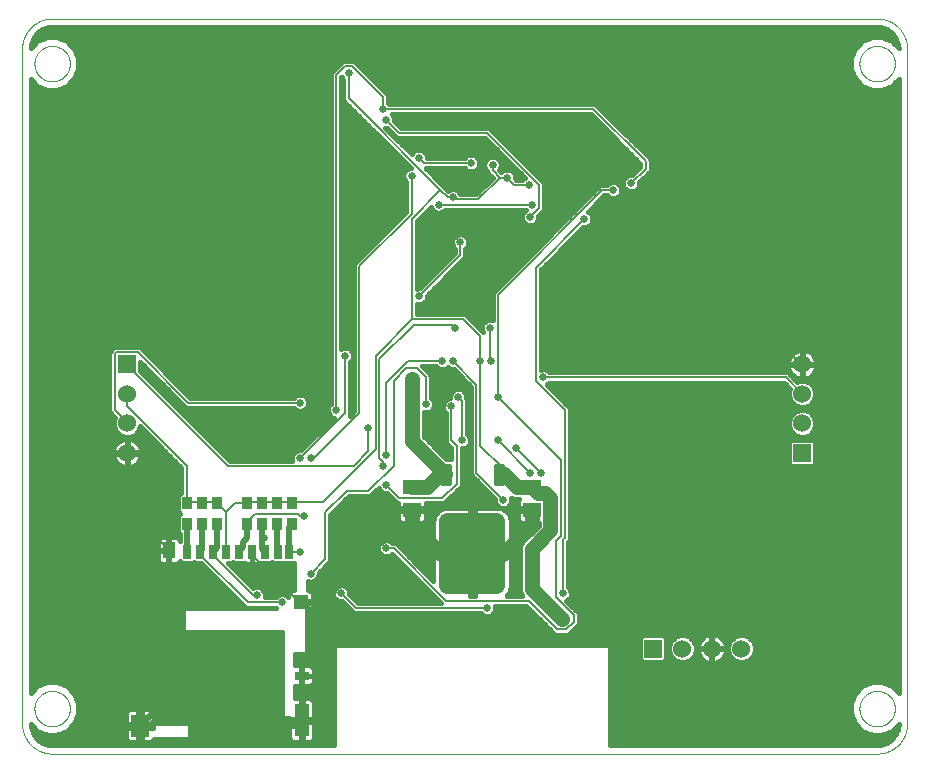
<source format=gbl>
G75*
%MOIN*%
%OFA0B0*%
%FSLAX25Y25*%
%IPPOS*%
%LPD*%
%AMOC8*
5,1,8,0,0,1.08239X$1,22.5*
%
%ADD10C,0.00000*%
%ADD11R,0.05906X0.05118*%
%ADD12R,0.06000X0.06000*%
%ADD13C,0.06000*%
%ADD14R,0.03346X0.04134*%
%ADD15R,0.02756X0.04724*%
%ADD16R,0.03937X0.05512*%
%ADD17R,0.05906X0.07480*%
%ADD18R,0.04724X0.11024*%
%ADD19R,0.04724X0.03150*%
%ADD20R,0.04724X0.04724*%
%ADD21C,0.05320*%
%ADD22C,0.00907*%
%ADD23C,0.05000*%
%ADD24C,0.02578*%
%ADD25C,0.00600*%
%ADD26C,0.02000*%
%ADD27C,0.01600*%
D10*
X0076800Y0058933D02*
X0351800Y0058933D01*
X0352042Y0058936D01*
X0352283Y0058945D01*
X0352524Y0058959D01*
X0352765Y0058980D01*
X0353005Y0059006D01*
X0353245Y0059038D01*
X0353484Y0059076D01*
X0353721Y0059119D01*
X0353958Y0059169D01*
X0354193Y0059224D01*
X0354427Y0059284D01*
X0354659Y0059351D01*
X0354890Y0059422D01*
X0355119Y0059500D01*
X0355346Y0059583D01*
X0355571Y0059671D01*
X0355794Y0059765D01*
X0356014Y0059864D01*
X0356232Y0059969D01*
X0356447Y0060078D01*
X0356660Y0060193D01*
X0356870Y0060313D01*
X0357076Y0060438D01*
X0357280Y0060568D01*
X0357481Y0060703D01*
X0357678Y0060843D01*
X0357872Y0060987D01*
X0358062Y0061136D01*
X0358248Y0061290D01*
X0358431Y0061448D01*
X0358610Y0061610D01*
X0358785Y0061777D01*
X0358956Y0061948D01*
X0359123Y0062123D01*
X0359285Y0062302D01*
X0359443Y0062485D01*
X0359597Y0062671D01*
X0359746Y0062861D01*
X0359890Y0063055D01*
X0360030Y0063252D01*
X0360165Y0063453D01*
X0360295Y0063657D01*
X0360420Y0063863D01*
X0360540Y0064073D01*
X0360655Y0064286D01*
X0360764Y0064501D01*
X0360869Y0064719D01*
X0360968Y0064939D01*
X0361062Y0065162D01*
X0361150Y0065387D01*
X0361233Y0065614D01*
X0361311Y0065843D01*
X0361382Y0066074D01*
X0361449Y0066306D01*
X0361509Y0066540D01*
X0361564Y0066775D01*
X0361614Y0067012D01*
X0361657Y0067249D01*
X0361695Y0067488D01*
X0361727Y0067728D01*
X0361753Y0067968D01*
X0361774Y0068209D01*
X0361788Y0068450D01*
X0361797Y0068691D01*
X0361800Y0068933D01*
X0361800Y0293933D01*
X0361797Y0294175D01*
X0361788Y0294416D01*
X0361774Y0294657D01*
X0361753Y0294898D01*
X0361727Y0295138D01*
X0361695Y0295378D01*
X0361657Y0295617D01*
X0361614Y0295854D01*
X0361564Y0296091D01*
X0361509Y0296326D01*
X0361449Y0296560D01*
X0361382Y0296792D01*
X0361311Y0297023D01*
X0361233Y0297252D01*
X0361150Y0297479D01*
X0361062Y0297704D01*
X0360968Y0297927D01*
X0360869Y0298147D01*
X0360764Y0298365D01*
X0360655Y0298580D01*
X0360540Y0298793D01*
X0360420Y0299003D01*
X0360295Y0299209D01*
X0360165Y0299413D01*
X0360030Y0299614D01*
X0359890Y0299811D01*
X0359746Y0300005D01*
X0359597Y0300195D01*
X0359443Y0300381D01*
X0359285Y0300564D01*
X0359123Y0300743D01*
X0358956Y0300918D01*
X0358785Y0301089D01*
X0358610Y0301256D01*
X0358431Y0301418D01*
X0358248Y0301576D01*
X0358062Y0301730D01*
X0357872Y0301879D01*
X0357678Y0302023D01*
X0357481Y0302163D01*
X0357280Y0302298D01*
X0357076Y0302428D01*
X0356870Y0302553D01*
X0356660Y0302673D01*
X0356447Y0302788D01*
X0356232Y0302897D01*
X0356014Y0303002D01*
X0355794Y0303101D01*
X0355571Y0303195D01*
X0355346Y0303283D01*
X0355119Y0303366D01*
X0354890Y0303444D01*
X0354659Y0303515D01*
X0354427Y0303582D01*
X0354193Y0303642D01*
X0353958Y0303697D01*
X0353721Y0303747D01*
X0353484Y0303790D01*
X0353245Y0303828D01*
X0353005Y0303860D01*
X0352765Y0303886D01*
X0352524Y0303907D01*
X0352283Y0303921D01*
X0352042Y0303930D01*
X0351800Y0303933D01*
X0076800Y0303933D01*
X0076558Y0303930D01*
X0076317Y0303921D01*
X0076076Y0303907D01*
X0075835Y0303886D01*
X0075595Y0303860D01*
X0075355Y0303828D01*
X0075116Y0303790D01*
X0074879Y0303747D01*
X0074642Y0303697D01*
X0074407Y0303642D01*
X0074173Y0303582D01*
X0073941Y0303515D01*
X0073710Y0303444D01*
X0073481Y0303366D01*
X0073254Y0303283D01*
X0073029Y0303195D01*
X0072806Y0303101D01*
X0072586Y0303002D01*
X0072368Y0302897D01*
X0072153Y0302788D01*
X0071940Y0302673D01*
X0071730Y0302553D01*
X0071524Y0302428D01*
X0071320Y0302298D01*
X0071119Y0302163D01*
X0070922Y0302023D01*
X0070728Y0301879D01*
X0070538Y0301730D01*
X0070352Y0301576D01*
X0070169Y0301418D01*
X0069990Y0301256D01*
X0069815Y0301089D01*
X0069644Y0300918D01*
X0069477Y0300743D01*
X0069315Y0300564D01*
X0069157Y0300381D01*
X0069003Y0300195D01*
X0068854Y0300005D01*
X0068710Y0299811D01*
X0068570Y0299614D01*
X0068435Y0299413D01*
X0068305Y0299209D01*
X0068180Y0299003D01*
X0068060Y0298793D01*
X0067945Y0298580D01*
X0067836Y0298365D01*
X0067731Y0298147D01*
X0067632Y0297927D01*
X0067538Y0297704D01*
X0067450Y0297479D01*
X0067367Y0297252D01*
X0067289Y0297023D01*
X0067218Y0296792D01*
X0067151Y0296560D01*
X0067091Y0296326D01*
X0067036Y0296091D01*
X0066986Y0295854D01*
X0066943Y0295617D01*
X0066905Y0295378D01*
X0066873Y0295138D01*
X0066847Y0294898D01*
X0066826Y0294657D01*
X0066812Y0294416D01*
X0066803Y0294175D01*
X0066800Y0293933D01*
X0066800Y0068933D01*
X0066803Y0068691D01*
X0066812Y0068450D01*
X0066826Y0068209D01*
X0066847Y0067968D01*
X0066873Y0067728D01*
X0066905Y0067488D01*
X0066943Y0067249D01*
X0066986Y0067012D01*
X0067036Y0066775D01*
X0067091Y0066540D01*
X0067151Y0066306D01*
X0067218Y0066074D01*
X0067289Y0065843D01*
X0067367Y0065614D01*
X0067450Y0065387D01*
X0067538Y0065162D01*
X0067632Y0064939D01*
X0067731Y0064719D01*
X0067836Y0064501D01*
X0067945Y0064286D01*
X0068060Y0064073D01*
X0068180Y0063863D01*
X0068305Y0063657D01*
X0068435Y0063453D01*
X0068570Y0063252D01*
X0068710Y0063055D01*
X0068854Y0062861D01*
X0069003Y0062671D01*
X0069157Y0062485D01*
X0069315Y0062302D01*
X0069477Y0062123D01*
X0069644Y0061948D01*
X0069815Y0061777D01*
X0069990Y0061610D01*
X0070169Y0061448D01*
X0070352Y0061290D01*
X0070538Y0061136D01*
X0070728Y0060987D01*
X0070922Y0060843D01*
X0071119Y0060703D01*
X0071320Y0060568D01*
X0071524Y0060438D01*
X0071730Y0060313D01*
X0071940Y0060193D01*
X0072153Y0060078D01*
X0072368Y0059969D01*
X0072586Y0059864D01*
X0072806Y0059765D01*
X0073029Y0059671D01*
X0073254Y0059583D01*
X0073481Y0059500D01*
X0073710Y0059422D01*
X0073941Y0059351D01*
X0074173Y0059284D01*
X0074407Y0059224D01*
X0074642Y0059169D01*
X0074879Y0059119D01*
X0075116Y0059076D01*
X0075355Y0059038D01*
X0075595Y0059006D01*
X0075835Y0058980D01*
X0076076Y0058959D01*
X0076317Y0058945D01*
X0076558Y0058936D01*
X0076800Y0058933D01*
X0070894Y0073933D02*
X0070896Y0074086D01*
X0070902Y0074240D01*
X0070912Y0074393D01*
X0070926Y0074545D01*
X0070944Y0074698D01*
X0070966Y0074849D01*
X0070991Y0075000D01*
X0071021Y0075151D01*
X0071055Y0075301D01*
X0071092Y0075449D01*
X0071133Y0075597D01*
X0071178Y0075743D01*
X0071227Y0075889D01*
X0071280Y0076033D01*
X0071336Y0076175D01*
X0071396Y0076316D01*
X0071460Y0076456D01*
X0071527Y0076594D01*
X0071598Y0076730D01*
X0071673Y0076864D01*
X0071750Y0076996D01*
X0071832Y0077126D01*
X0071916Y0077254D01*
X0072004Y0077380D01*
X0072095Y0077503D01*
X0072189Y0077624D01*
X0072287Y0077742D01*
X0072387Y0077858D01*
X0072491Y0077971D01*
X0072597Y0078082D01*
X0072706Y0078190D01*
X0072818Y0078295D01*
X0072932Y0078396D01*
X0073050Y0078495D01*
X0073169Y0078591D01*
X0073291Y0078684D01*
X0073416Y0078773D01*
X0073543Y0078860D01*
X0073672Y0078942D01*
X0073803Y0079022D01*
X0073936Y0079098D01*
X0074071Y0079171D01*
X0074208Y0079240D01*
X0074347Y0079305D01*
X0074487Y0079367D01*
X0074629Y0079425D01*
X0074772Y0079480D01*
X0074917Y0079531D01*
X0075063Y0079578D01*
X0075210Y0079621D01*
X0075358Y0079660D01*
X0075507Y0079696D01*
X0075657Y0079727D01*
X0075808Y0079755D01*
X0075959Y0079779D01*
X0076112Y0079799D01*
X0076264Y0079815D01*
X0076417Y0079827D01*
X0076570Y0079835D01*
X0076723Y0079839D01*
X0076877Y0079839D01*
X0077030Y0079835D01*
X0077183Y0079827D01*
X0077336Y0079815D01*
X0077488Y0079799D01*
X0077641Y0079779D01*
X0077792Y0079755D01*
X0077943Y0079727D01*
X0078093Y0079696D01*
X0078242Y0079660D01*
X0078390Y0079621D01*
X0078537Y0079578D01*
X0078683Y0079531D01*
X0078828Y0079480D01*
X0078971Y0079425D01*
X0079113Y0079367D01*
X0079253Y0079305D01*
X0079392Y0079240D01*
X0079529Y0079171D01*
X0079664Y0079098D01*
X0079797Y0079022D01*
X0079928Y0078942D01*
X0080057Y0078860D01*
X0080184Y0078773D01*
X0080309Y0078684D01*
X0080431Y0078591D01*
X0080550Y0078495D01*
X0080668Y0078396D01*
X0080782Y0078295D01*
X0080894Y0078190D01*
X0081003Y0078082D01*
X0081109Y0077971D01*
X0081213Y0077858D01*
X0081313Y0077742D01*
X0081411Y0077624D01*
X0081505Y0077503D01*
X0081596Y0077380D01*
X0081684Y0077254D01*
X0081768Y0077126D01*
X0081850Y0076996D01*
X0081927Y0076864D01*
X0082002Y0076730D01*
X0082073Y0076594D01*
X0082140Y0076456D01*
X0082204Y0076316D01*
X0082264Y0076175D01*
X0082320Y0076033D01*
X0082373Y0075889D01*
X0082422Y0075743D01*
X0082467Y0075597D01*
X0082508Y0075449D01*
X0082545Y0075301D01*
X0082579Y0075151D01*
X0082609Y0075000D01*
X0082634Y0074849D01*
X0082656Y0074698D01*
X0082674Y0074545D01*
X0082688Y0074393D01*
X0082698Y0074240D01*
X0082704Y0074086D01*
X0082706Y0073933D01*
X0082704Y0073780D01*
X0082698Y0073626D01*
X0082688Y0073473D01*
X0082674Y0073321D01*
X0082656Y0073168D01*
X0082634Y0073017D01*
X0082609Y0072866D01*
X0082579Y0072715D01*
X0082545Y0072565D01*
X0082508Y0072417D01*
X0082467Y0072269D01*
X0082422Y0072123D01*
X0082373Y0071977D01*
X0082320Y0071833D01*
X0082264Y0071691D01*
X0082204Y0071550D01*
X0082140Y0071410D01*
X0082073Y0071272D01*
X0082002Y0071136D01*
X0081927Y0071002D01*
X0081850Y0070870D01*
X0081768Y0070740D01*
X0081684Y0070612D01*
X0081596Y0070486D01*
X0081505Y0070363D01*
X0081411Y0070242D01*
X0081313Y0070124D01*
X0081213Y0070008D01*
X0081109Y0069895D01*
X0081003Y0069784D01*
X0080894Y0069676D01*
X0080782Y0069571D01*
X0080668Y0069470D01*
X0080550Y0069371D01*
X0080431Y0069275D01*
X0080309Y0069182D01*
X0080184Y0069093D01*
X0080057Y0069006D01*
X0079928Y0068924D01*
X0079797Y0068844D01*
X0079664Y0068768D01*
X0079529Y0068695D01*
X0079392Y0068626D01*
X0079253Y0068561D01*
X0079113Y0068499D01*
X0078971Y0068441D01*
X0078828Y0068386D01*
X0078683Y0068335D01*
X0078537Y0068288D01*
X0078390Y0068245D01*
X0078242Y0068206D01*
X0078093Y0068170D01*
X0077943Y0068139D01*
X0077792Y0068111D01*
X0077641Y0068087D01*
X0077488Y0068067D01*
X0077336Y0068051D01*
X0077183Y0068039D01*
X0077030Y0068031D01*
X0076877Y0068027D01*
X0076723Y0068027D01*
X0076570Y0068031D01*
X0076417Y0068039D01*
X0076264Y0068051D01*
X0076112Y0068067D01*
X0075959Y0068087D01*
X0075808Y0068111D01*
X0075657Y0068139D01*
X0075507Y0068170D01*
X0075358Y0068206D01*
X0075210Y0068245D01*
X0075063Y0068288D01*
X0074917Y0068335D01*
X0074772Y0068386D01*
X0074629Y0068441D01*
X0074487Y0068499D01*
X0074347Y0068561D01*
X0074208Y0068626D01*
X0074071Y0068695D01*
X0073936Y0068768D01*
X0073803Y0068844D01*
X0073672Y0068924D01*
X0073543Y0069006D01*
X0073416Y0069093D01*
X0073291Y0069182D01*
X0073169Y0069275D01*
X0073050Y0069371D01*
X0072932Y0069470D01*
X0072818Y0069571D01*
X0072706Y0069676D01*
X0072597Y0069784D01*
X0072491Y0069895D01*
X0072387Y0070008D01*
X0072287Y0070124D01*
X0072189Y0070242D01*
X0072095Y0070363D01*
X0072004Y0070486D01*
X0071916Y0070612D01*
X0071832Y0070740D01*
X0071750Y0070870D01*
X0071673Y0071002D01*
X0071598Y0071136D01*
X0071527Y0071272D01*
X0071460Y0071410D01*
X0071396Y0071550D01*
X0071336Y0071691D01*
X0071280Y0071833D01*
X0071227Y0071977D01*
X0071178Y0072123D01*
X0071133Y0072269D01*
X0071092Y0072417D01*
X0071055Y0072565D01*
X0071021Y0072715D01*
X0070991Y0072866D01*
X0070966Y0073017D01*
X0070944Y0073168D01*
X0070926Y0073321D01*
X0070912Y0073473D01*
X0070902Y0073626D01*
X0070896Y0073780D01*
X0070894Y0073933D01*
X0070894Y0288933D02*
X0070896Y0289086D01*
X0070902Y0289240D01*
X0070912Y0289393D01*
X0070926Y0289545D01*
X0070944Y0289698D01*
X0070966Y0289849D01*
X0070991Y0290000D01*
X0071021Y0290151D01*
X0071055Y0290301D01*
X0071092Y0290449D01*
X0071133Y0290597D01*
X0071178Y0290743D01*
X0071227Y0290889D01*
X0071280Y0291033D01*
X0071336Y0291175D01*
X0071396Y0291316D01*
X0071460Y0291456D01*
X0071527Y0291594D01*
X0071598Y0291730D01*
X0071673Y0291864D01*
X0071750Y0291996D01*
X0071832Y0292126D01*
X0071916Y0292254D01*
X0072004Y0292380D01*
X0072095Y0292503D01*
X0072189Y0292624D01*
X0072287Y0292742D01*
X0072387Y0292858D01*
X0072491Y0292971D01*
X0072597Y0293082D01*
X0072706Y0293190D01*
X0072818Y0293295D01*
X0072932Y0293396D01*
X0073050Y0293495D01*
X0073169Y0293591D01*
X0073291Y0293684D01*
X0073416Y0293773D01*
X0073543Y0293860D01*
X0073672Y0293942D01*
X0073803Y0294022D01*
X0073936Y0294098D01*
X0074071Y0294171D01*
X0074208Y0294240D01*
X0074347Y0294305D01*
X0074487Y0294367D01*
X0074629Y0294425D01*
X0074772Y0294480D01*
X0074917Y0294531D01*
X0075063Y0294578D01*
X0075210Y0294621D01*
X0075358Y0294660D01*
X0075507Y0294696D01*
X0075657Y0294727D01*
X0075808Y0294755D01*
X0075959Y0294779D01*
X0076112Y0294799D01*
X0076264Y0294815D01*
X0076417Y0294827D01*
X0076570Y0294835D01*
X0076723Y0294839D01*
X0076877Y0294839D01*
X0077030Y0294835D01*
X0077183Y0294827D01*
X0077336Y0294815D01*
X0077488Y0294799D01*
X0077641Y0294779D01*
X0077792Y0294755D01*
X0077943Y0294727D01*
X0078093Y0294696D01*
X0078242Y0294660D01*
X0078390Y0294621D01*
X0078537Y0294578D01*
X0078683Y0294531D01*
X0078828Y0294480D01*
X0078971Y0294425D01*
X0079113Y0294367D01*
X0079253Y0294305D01*
X0079392Y0294240D01*
X0079529Y0294171D01*
X0079664Y0294098D01*
X0079797Y0294022D01*
X0079928Y0293942D01*
X0080057Y0293860D01*
X0080184Y0293773D01*
X0080309Y0293684D01*
X0080431Y0293591D01*
X0080550Y0293495D01*
X0080668Y0293396D01*
X0080782Y0293295D01*
X0080894Y0293190D01*
X0081003Y0293082D01*
X0081109Y0292971D01*
X0081213Y0292858D01*
X0081313Y0292742D01*
X0081411Y0292624D01*
X0081505Y0292503D01*
X0081596Y0292380D01*
X0081684Y0292254D01*
X0081768Y0292126D01*
X0081850Y0291996D01*
X0081927Y0291864D01*
X0082002Y0291730D01*
X0082073Y0291594D01*
X0082140Y0291456D01*
X0082204Y0291316D01*
X0082264Y0291175D01*
X0082320Y0291033D01*
X0082373Y0290889D01*
X0082422Y0290743D01*
X0082467Y0290597D01*
X0082508Y0290449D01*
X0082545Y0290301D01*
X0082579Y0290151D01*
X0082609Y0290000D01*
X0082634Y0289849D01*
X0082656Y0289698D01*
X0082674Y0289545D01*
X0082688Y0289393D01*
X0082698Y0289240D01*
X0082704Y0289086D01*
X0082706Y0288933D01*
X0082704Y0288780D01*
X0082698Y0288626D01*
X0082688Y0288473D01*
X0082674Y0288321D01*
X0082656Y0288168D01*
X0082634Y0288017D01*
X0082609Y0287866D01*
X0082579Y0287715D01*
X0082545Y0287565D01*
X0082508Y0287417D01*
X0082467Y0287269D01*
X0082422Y0287123D01*
X0082373Y0286977D01*
X0082320Y0286833D01*
X0082264Y0286691D01*
X0082204Y0286550D01*
X0082140Y0286410D01*
X0082073Y0286272D01*
X0082002Y0286136D01*
X0081927Y0286002D01*
X0081850Y0285870D01*
X0081768Y0285740D01*
X0081684Y0285612D01*
X0081596Y0285486D01*
X0081505Y0285363D01*
X0081411Y0285242D01*
X0081313Y0285124D01*
X0081213Y0285008D01*
X0081109Y0284895D01*
X0081003Y0284784D01*
X0080894Y0284676D01*
X0080782Y0284571D01*
X0080668Y0284470D01*
X0080550Y0284371D01*
X0080431Y0284275D01*
X0080309Y0284182D01*
X0080184Y0284093D01*
X0080057Y0284006D01*
X0079928Y0283924D01*
X0079797Y0283844D01*
X0079664Y0283768D01*
X0079529Y0283695D01*
X0079392Y0283626D01*
X0079253Y0283561D01*
X0079113Y0283499D01*
X0078971Y0283441D01*
X0078828Y0283386D01*
X0078683Y0283335D01*
X0078537Y0283288D01*
X0078390Y0283245D01*
X0078242Y0283206D01*
X0078093Y0283170D01*
X0077943Y0283139D01*
X0077792Y0283111D01*
X0077641Y0283087D01*
X0077488Y0283067D01*
X0077336Y0283051D01*
X0077183Y0283039D01*
X0077030Y0283031D01*
X0076877Y0283027D01*
X0076723Y0283027D01*
X0076570Y0283031D01*
X0076417Y0283039D01*
X0076264Y0283051D01*
X0076112Y0283067D01*
X0075959Y0283087D01*
X0075808Y0283111D01*
X0075657Y0283139D01*
X0075507Y0283170D01*
X0075358Y0283206D01*
X0075210Y0283245D01*
X0075063Y0283288D01*
X0074917Y0283335D01*
X0074772Y0283386D01*
X0074629Y0283441D01*
X0074487Y0283499D01*
X0074347Y0283561D01*
X0074208Y0283626D01*
X0074071Y0283695D01*
X0073936Y0283768D01*
X0073803Y0283844D01*
X0073672Y0283924D01*
X0073543Y0284006D01*
X0073416Y0284093D01*
X0073291Y0284182D01*
X0073169Y0284275D01*
X0073050Y0284371D01*
X0072932Y0284470D01*
X0072818Y0284571D01*
X0072706Y0284676D01*
X0072597Y0284784D01*
X0072491Y0284895D01*
X0072387Y0285008D01*
X0072287Y0285124D01*
X0072189Y0285242D01*
X0072095Y0285363D01*
X0072004Y0285486D01*
X0071916Y0285612D01*
X0071832Y0285740D01*
X0071750Y0285870D01*
X0071673Y0286002D01*
X0071598Y0286136D01*
X0071527Y0286272D01*
X0071460Y0286410D01*
X0071396Y0286550D01*
X0071336Y0286691D01*
X0071280Y0286833D01*
X0071227Y0286977D01*
X0071178Y0287123D01*
X0071133Y0287269D01*
X0071092Y0287417D01*
X0071055Y0287565D01*
X0071021Y0287715D01*
X0070991Y0287866D01*
X0070966Y0288017D01*
X0070944Y0288168D01*
X0070926Y0288321D01*
X0070912Y0288473D01*
X0070902Y0288626D01*
X0070896Y0288780D01*
X0070894Y0288933D01*
X0345894Y0288933D02*
X0345896Y0289086D01*
X0345902Y0289240D01*
X0345912Y0289393D01*
X0345926Y0289545D01*
X0345944Y0289698D01*
X0345966Y0289849D01*
X0345991Y0290000D01*
X0346021Y0290151D01*
X0346055Y0290301D01*
X0346092Y0290449D01*
X0346133Y0290597D01*
X0346178Y0290743D01*
X0346227Y0290889D01*
X0346280Y0291033D01*
X0346336Y0291175D01*
X0346396Y0291316D01*
X0346460Y0291456D01*
X0346527Y0291594D01*
X0346598Y0291730D01*
X0346673Y0291864D01*
X0346750Y0291996D01*
X0346832Y0292126D01*
X0346916Y0292254D01*
X0347004Y0292380D01*
X0347095Y0292503D01*
X0347189Y0292624D01*
X0347287Y0292742D01*
X0347387Y0292858D01*
X0347491Y0292971D01*
X0347597Y0293082D01*
X0347706Y0293190D01*
X0347818Y0293295D01*
X0347932Y0293396D01*
X0348050Y0293495D01*
X0348169Y0293591D01*
X0348291Y0293684D01*
X0348416Y0293773D01*
X0348543Y0293860D01*
X0348672Y0293942D01*
X0348803Y0294022D01*
X0348936Y0294098D01*
X0349071Y0294171D01*
X0349208Y0294240D01*
X0349347Y0294305D01*
X0349487Y0294367D01*
X0349629Y0294425D01*
X0349772Y0294480D01*
X0349917Y0294531D01*
X0350063Y0294578D01*
X0350210Y0294621D01*
X0350358Y0294660D01*
X0350507Y0294696D01*
X0350657Y0294727D01*
X0350808Y0294755D01*
X0350959Y0294779D01*
X0351112Y0294799D01*
X0351264Y0294815D01*
X0351417Y0294827D01*
X0351570Y0294835D01*
X0351723Y0294839D01*
X0351877Y0294839D01*
X0352030Y0294835D01*
X0352183Y0294827D01*
X0352336Y0294815D01*
X0352488Y0294799D01*
X0352641Y0294779D01*
X0352792Y0294755D01*
X0352943Y0294727D01*
X0353093Y0294696D01*
X0353242Y0294660D01*
X0353390Y0294621D01*
X0353537Y0294578D01*
X0353683Y0294531D01*
X0353828Y0294480D01*
X0353971Y0294425D01*
X0354113Y0294367D01*
X0354253Y0294305D01*
X0354392Y0294240D01*
X0354529Y0294171D01*
X0354664Y0294098D01*
X0354797Y0294022D01*
X0354928Y0293942D01*
X0355057Y0293860D01*
X0355184Y0293773D01*
X0355309Y0293684D01*
X0355431Y0293591D01*
X0355550Y0293495D01*
X0355668Y0293396D01*
X0355782Y0293295D01*
X0355894Y0293190D01*
X0356003Y0293082D01*
X0356109Y0292971D01*
X0356213Y0292858D01*
X0356313Y0292742D01*
X0356411Y0292624D01*
X0356505Y0292503D01*
X0356596Y0292380D01*
X0356684Y0292254D01*
X0356768Y0292126D01*
X0356850Y0291996D01*
X0356927Y0291864D01*
X0357002Y0291730D01*
X0357073Y0291594D01*
X0357140Y0291456D01*
X0357204Y0291316D01*
X0357264Y0291175D01*
X0357320Y0291033D01*
X0357373Y0290889D01*
X0357422Y0290743D01*
X0357467Y0290597D01*
X0357508Y0290449D01*
X0357545Y0290301D01*
X0357579Y0290151D01*
X0357609Y0290000D01*
X0357634Y0289849D01*
X0357656Y0289698D01*
X0357674Y0289545D01*
X0357688Y0289393D01*
X0357698Y0289240D01*
X0357704Y0289086D01*
X0357706Y0288933D01*
X0357704Y0288780D01*
X0357698Y0288626D01*
X0357688Y0288473D01*
X0357674Y0288321D01*
X0357656Y0288168D01*
X0357634Y0288017D01*
X0357609Y0287866D01*
X0357579Y0287715D01*
X0357545Y0287565D01*
X0357508Y0287417D01*
X0357467Y0287269D01*
X0357422Y0287123D01*
X0357373Y0286977D01*
X0357320Y0286833D01*
X0357264Y0286691D01*
X0357204Y0286550D01*
X0357140Y0286410D01*
X0357073Y0286272D01*
X0357002Y0286136D01*
X0356927Y0286002D01*
X0356850Y0285870D01*
X0356768Y0285740D01*
X0356684Y0285612D01*
X0356596Y0285486D01*
X0356505Y0285363D01*
X0356411Y0285242D01*
X0356313Y0285124D01*
X0356213Y0285008D01*
X0356109Y0284895D01*
X0356003Y0284784D01*
X0355894Y0284676D01*
X0355782Y0284571D01*
X0355668Y0284470D01*
X0355550Y0284371D01*
X0355431Y0284275D01*
X0355309Y0284182D01*
X0355184Y0284093D01*
X0355057Y0284006D01*
X0354928Y0283924D01*
X0354797Y0283844D01*
X0354664Y0283768D01*
X0354529Y0283695D01*
X0354392Y0283626D01*
X0354253Y0283561D01*
X0354113Y0283499D01*
X0353971Y0283441D01*
X0353828Y0283386D01*
X0353683Y0283335D01*
X0353537Y0283288D01*
X0353390Y0283245D01*
X0353242Y0283206D01*
X0353093Y0283170D01*
X0352943Y0283139D01*
X0352792Y0283111D01*
X0352641Y0283087D01*
X0352488Y0283067D01*
X0352336Y0283051D01*
X0352183Y0283039D01*
X0352030Y0283031D01*
X0351877Y0283027D01*
X0351723Y0283027D01*
X0351570Y0283031D01*
X0351417Y0283039D01*
X0351264Y0283051D01*
X0351112Y0283067D01*
X0350959Y0283087D01*
X0350808Y0283111D01*
X0350657Y0283139D01*
X0350507Y0283170D01*
X0350358Y0283206D01*
X0350210Y0283245D01*
X0350063Y0283288D01*
X0349917Y0283335D01*
X0349772Y0283386D01*
X0349629Y0283441D01*
X0349487Y0283499D01*
X0349347Y0283561D01*
X0349208Y0283626D01*
X0349071Y0283695D01*
X0348936Y0283768D01*
X0348803Y0283844D01*
X0348672Y0283924D01*
X0348543Y0284006D01*
X0348416Y0284093D01*
X0348291Y0284182D01*
X0348169Y0284275D01*
X0348050Y0284371D01*
X0347932Y0284470D01*
X0347818Y0284571D01*
X0347706Y0284676D01*
X0347597Y0284784D01*
X0347491Y0284895D01*
X0347387Y0285008D01*
X0347287Y0285124D01*
X0347189Y0285242D01*
X0347095Y0285363D01*
X0347004Y0285486D01*
X0346916Y0285612D01*
X0346832Y0285740D01*
X0346750Y0285870D01*
X0346673Y0286002D01*
X0346598Y0286136D01*
X0346527Y0286272D01*
X0346460Y0286410D01*
X0346396Y0286550D01*
X0346336Y0286691D01*
X0346280Y0286833D01*
X0346227Y0286977D01*
X0346178Y0287123D01*
X0346133Y0287269D01*
X0346092Y0287417D01*
X0346055Y0287565D01*
X0346021Y0287715D01*
X0345991Y0287866D01*
X0345966Y0288017D01*
X0345944Y0288168D01*
X0345926Y0288321D01*
X0345912Y0288473D01*
X0345902Y0288626D01*
X0345896Y0288780D01*
X0345894Y0288933D01*
X0345894Y0073933D02*
X0345896Y0074086D01*
X0345902Y0074240D01*
X0345912Y0074393D01*
X0345926Y0074545D01*
X0345944Y0074698D01*
X0345966Y0074849D01*
X0345991Y0075000D01*
X0346021Y0075151D01*
X0346055Y0075301D01*
X0346092Y0075449D01*
X0346133Y0075597D01*
X0346178Y0075743D01*
X0346227Y0075889D01*
X0346280Y0076033D01*
X0346336Y0076175D01*
X0346396Y0076316D01*
X0346460Y0076456D01*
X0346527Y0076594D01*
X0346598Y0076730D01*
X0346673Y0076864D01*
X0346750Y0076996D01*
X0346832Y0077126D01*
X0346916Y0077254D01*
X0347004Y0077380D01*
X0347095Y0077503D01*
X0347189Y0077624D01*
X0347287Y0077742D01*
X0347387Y0077858D01*
X0347491Y0077971D01*
X0347597Y0078082D01*
X0347706Y0078190D01*
X0347818Y0078295D01*
X0347932Y0078396D01*
X0348050Y0078495D01*
X0348169Y0078591D01*
X0348291Y0078684D01*
X0348416Y0078773D01*
X0348543Y0078860D01*
X0348672Y0078942D01*
X0348803Y0079022D01*
X0348936Y0079098D01*
X0349071Y0079171D01*
X0349208Y0079240D01*
X0349347Y0079305D01*
X0349487Y0079367D01*
X0349629Y0079425D01*
X0349772Y0079480D01*
X0349917Y0079531D01*
X0350063Y0079578D01*
X0350210Y0079621D01*
X0350358Y0079660D01*
X0350507Y0079696D01*
X0350657Y0079727D01*
X0350808Y0079755D01*
X0350959Y0079779D01*
X0351112Y0079799D01*
X0351264Y0079815D01*
X0351417Y0079827D01*
X0351570Y0079835D01*
X0351723Y0079839D01*
X0351877Y0079839D01*
X0352030Y0079835D01*
X0352183Y0079827D01*
X0352336Y0079815D01*
X0352488Y0079799D01*
X0352641Y0079779D01*
X0352792Y0079755D01*
X0352943Y0079727D01*
X0353093Y0079696D01*
X0353242Y0079660D01*
X0353390Y0079621D01*
X0353537Y0079578D01*
X0353683Y0079531D01*
X0353828Y0079480D01*
X0353971Y0079425D01*
X0354113Y0079367D01*
X0354253Y0079305D01*
X0354392Y0079240D01*
X0354529Y0079171D01*
X0354664Y0079098D01*
X0354797Y0079022D01*
X0354928Y0078942D01*
X0355057Y0078860D01*
X0355184Y0078773D01*
X0355309Y0078684D01*
X0355431Y0078591D01*
X0355550Y0078495D01*
X0355668Y0078396D01*
X0355782Y0078295D01*
X0355894Y0078190D01*
X0356003Y0078082D01*
X0356109Y0077971D01*
X0356213Y0077858D01*
X0356313Y0077742D01*
X0356411Y0077624D01*
X0356505Y0077503D01*
X0356596Y0077380D01*
X0356684Y0077254D01*
X0356768Y0077126D01*
X0356850Y0076996D01*
X0356927Y0076864D01*
X0357002Y0076730D01*
X0357073Y0076594D01*
X0357140Y0076456D01*
X0357204Y0076316D01*
X0357264Y0076175D01*
X0357320Y0076033D01*
X0357373Y0075889D01*
X0357422Y0075743D01*
X0357467Y0075597D01*
X0357508Y0075449D01*
X0357545Y0075301D01*
X0357579Y0075151D01*
X0357609Y0075000D01*
X0357634Y0074849D01*
X0357656Y0074698D01*
X0357674Y0074545D01*
X0357688Y0074393D01*
X0357698Y0074240D01*
X0357704Y0074086D01*
X0357706Y0073933D01*
X0357704Y0073780D01*
X0357698Y0073626D01*
X0357688Y0073473D01*
X0357674Y0073321D01*
X0357656Y0073168D01*
X0357634Y0073017D01*
X0357609Y0072866D01*
X0357579Y0072715D01*
X0357545Y0072565D01*
X0357508Y0072417D01*
X0357467Y0072269D01*
X0357422Y0072123D01*
X0357373Y0071977D01*
X0357320Y0071833D01*
X0357264Y0071691D01*
X0357204Y0071550D01*
X0357140Y0071410D01*
X0357073Y0071272D01*
X0357002Y0071136D01*
X0356927Y0071002D01*
X0356850Y0070870D01*
X0356768Y0070740D01*
X0356684Y0070612D01*
X0356596Y0070486D01*
X0356505Y0070363D01*
X0356411Y0070242D01*
X0356313Y0070124D01*
X0356213Y0070008D01*
X0356109Y0069895D01*
X0356003Y0069784D01*
X0355894Y0069676D01*
X0355782Y0069571D01*
X0355668Y0069470D01*
X0355550Y0069371D01*
X0355431Y0069275D01*
X0355309Y0069182D01*
X0355184Y0069093D01*
X0355057Y0069006D01*
X0354928Y0068924D01*
X0354797Y0068844D01*
X0354664Y0068768D01*
X0354529Y0068695D01*
X0354392Y0068626D01*
X0354253Y0068561D01*
X0354113Y0068499D01*
X0353971Y0068441D01*
X0353828Y0068386D01*
X0353683Y0068335D01*
X0353537Y0068288D01*
X0353390Y0068245D01*
X0353242Y0068206D01*
X0353093Y0068170D01*
X0352943Y0068139D01*
X0352792Y0068111D01*
X0352641Y0068087D01*
X0352488Y0068067D01*
X0352336Y0068051D01*
X0352183Y0068039D01*
X0352030Y0068031D01*
X0351877Y0068027D01*
X0351723Y0068027D01*
X0351570Y0068031D01*
X0351417Y0068039D01*
X0351264Y0068051D01*
X0351112Y0068067D01*
X0350959Y0068087D01*
X0350808Y0068111D01*
X0350657Y0068139D01*
X0350507Y0068170D01*
X0350358Y0068206D01*
X0350210Y0068245D01*
X0350063Y0068288D01*
X0349917Y0068335D01*
X0349772Y0068386D01*
X0349629Y0068441D01*
X0349487Y0068499D01*
X0349347Y0068561D01*
X0349208Y0068626D01*
X0349071Y0068695D01*
X0348936Y0068768D01*
X0348803Y0068844D01*
X0348672Y0068924D01*
X0348543Y0069006D01*
X0348416Y0069093D01*
X0348291Y0069182D01*
X0348169Y0069275D01*
X0348050Y0069371D01*
X0347932Y0069470D01*
X0347818Y0069571D01*
X0347706Y0069676D01*
X0347597Y0069784D01*
X0347491Y0069895D01*
X0347387Y0070008D01*
X0347287Y0070124D01*
X0347189Y0070242D01*
X0347095Y0070363D01*
X0347004Y0070486D01*
X0346916Y0070612D01*
X0346832Y0070740D01*
X0346750Y0070870D01*
X0346673Y0071002D01*
X0346598Y0071136D01*
X0346527Y0071272D01*
X0346460Y0071410D01*
X0346396Y0071550D01*
X0346336Y0071691D01*
X0346280Y0071833D01*
X0346227Y0071977D01*
X0346178Y0072123D01*
X0346133Y0072269D01*
X0346092Y0072417D01*
X0346055Y0072565D01*
X0346021Y0072715D01*
X0345991Y0072866D01*
X0345966Y0073017D01*
X0345944Y0073168D01*
X0345926Y0073321D01*
X0345912Y0073473D01*
X0345902Y0073626D01*
X0345896Y0073780D01*
X0345894Y0073933D01*
D11*
X0236800Y0140193D03*
X0236800Y0147673D03*
X0196800Y0147673D03*
X0196800Y0140193D03*
D12*
X0277036Y0093933D03*
X0326800Y0159169D03*
X0101800Y0188697D03*
D13*
X0101800Y0178854D03*
X0101800Y0169012D03*
X0101800Y0159169D03*
X0286879Y0093933D03*
X0296721Y0093933D03*
X0306564Y0093933D03*
X0326800Y0169012D03*
X0326800Y0178854D03*
X0326800Y0188697D03*
D14*
X0156800Y0142378D03*
X0151800Y0142378D03*
X0146800Y0142378D03*
X0141800Y0142378D03*
X0141800Y0135488D03*
X0146800Y0135488D03*
X0151800Y0135488D03*
X0156800Y0135488D03*
X0131800Y0135488D03*
X0126800Y0135488D03*
X0121800Y0135488D03*
X0121800Y0142378D03*
X0126800Y0142378D03*
X0131800Y0142378D03*
D15*
X0130461Y0126295D03*
X0126131Y0126295D03*
X0121800Y0126295D03*
X0134792Y0126295D03*
X0139123Y0126295D03*
X0143454Y0126295D03*
X0147784Y0126295D03*
X0152115Y0126295D03*
X0155855Y0126295D03*
D16*
X0115698Y0126689D03*
D17*
X0106052Y0068224D03*
D18*
X0159989Y0069996D03*
D19*
X0159989Y0084957D03*
D20*
X0159595Y0109366D03*
D21*
X0208378Y0114783D02*
X0208378Y0136391D01*
X0225222Y0136391D01*
X0225222Y0114783D01*
X0208378Y0114783D01*
X0208378Y0119837D02*
X0225222Y0119837D01*
X0225222Y0124891D02*
X0208378Y0124891D01*
X0208378Y0129945D02*
X0225222Y0129945D01*
X0225222Y0134999D02*
X0208378Y0134999D01*
D22*
X0206387Y0148717D02*
X0206387Y0155291D01*
X0209261Y0155291D01*
X0209261Y0148717D01*
X0206387Y0148717D01*
X0206387Y0149579D02*
X0209261Y0149579D01*
X0209261Y0150441D02*
X0206387Y0150441D01*
X0206387Y0151303D02*
X0209261Y0151303D01*
X0209261Y0152165D02*
X0206387Y0152165D01*
X0206387Y0153027D02*
X0209261Y0153027D01*
X0209261Y0153889D02*
X0206387Y0153889D01*
X0206387Y0154751D02*
X0209261Y0154751D01*
X0224339Y0155291D02*
X0224339Y0148717D01*
X0224339Y0155291D02*
X0227213Y0155291D01*
X0227213Y0148717D01*
X0224339Y0148717D01*
X0224339Y0149579D02*
X0227213Y0149579D01*
X0227213Y0150441D02*
X0224339Y0150441D01*
X0224339Y0151303D02*
X0227213Y0151303D01*
X0227213Y0152165D02*
X0224339Y0152165D01*
X0224339Y0153027D02*
X0227213Y0153027D01*
X0227213Y0153889D02*
X0224339Y0153889D01*
X0224339Y0154751D02*
X0227213Y0154751D01*
D23*
X0227469Y0152004D02*
X0231800Y0147673D01*
X0236800Y0147673D01*
X0238621Y0145852D01*
X0241037Y0145852D01*
X0242853Y0144036D01*
X0242853Y0133326D01*
X0236800Y0127273D01*
X0236800Y0113933D01*
X0246800Y0103933D01*
X0227194Y0125587D02*
X0236800Y0135193D01*
X0236800Y0140193D01*
X0227194Y0125587D02*
X0216800Y0125587D01*
X0216800Y0118933D01*
X0216800Y0125587D02*
X0206406Y0125587D01*
X0196800Y0135193D01*
X0196800Y0140193D01*
X0196800Y0147673D02*
X0201800Y0147673D01*
X0206131Y0152004D01*
X0207824Y0152004D01*
X0196800Y0163028D01*
X0196800Y0183933D01*
X0216800Y0128933D02*
X0216800Y0125587D01*
D24*
X0216800Y0128933D03*
X0227200Y0143533D03*
X0236200Y0152533D03*
X0239800Y0152533D03*
X0231400Y0160933D03*
X0225400Y0163333D03*
X0213400Y0163333D03*
X0209800Y0174733D03*
X0212200Y0177733D03*
X0215800Y0176533D03*
X0225400Y0177733D03*
X0223000Y0189733D03*
X0219400Y0189733D03*
X0210400Y0189733D03*
X0206800Y0189733D03*
X0196800Y0183933D03*
X0201400Y0175333D03*
X0182200Y0167533D03*
X0171400Y0173533D03*
X0159400Y0175933D03*
X0159400Y0157333D03*
X0163000Y0157333D03*
X0187000Y0154933D03*
X0188200Y0158533D03*
X0188200Y0148333D03*
X0188200Y0127333D03*
X0173200Y0112333D03*
X0163000Y0118933D03*
X0153400Y0109333D03*
X0145000Y0111733D03*
X0159400Y0126133D03*
X0160600Y0138133D03*
X0147400Y0130933D03*
X0174400Y0191533D03*
X0199000Y0211333D03*
X0211000Y0200933D03*
X0222800Y0200933D03*
X0240400Y0184333D03*
X0212800Y0229333D03*
X0205600Y0241933D03*
X0210400Y0244333D03*
X0212800Y0250933D03*
X0216400Y0255733D03*
X0223600Y0255133D03*
X0228400Y0250933D03*
X0235600Y0248533D03*
X0236800Y0241933D03*
X0236200Y0237733D03*
X0247600Y0245533D03*
X0254200Y0237133D03*
X0263800Y0246733D03*
X0269800Y0249133D03*
X0217600Y0246133D03*
X0196600Y0251533D03*
X0199000Y0257533D03*
X0188200Y0270133D03*
X0187000Y0273733D03*
X0175600Y0285733D03*
X0166800Y0263933D03*
X0181800Y0258933D03*
X0141800Y0278933D03*
X0281800Y0138933D03*
X0261800Y0118933D03*
X0247000Y0112333D03*
X0246800Y0103933D03*
X0221800Y0107533D03*
D25*
X0178000Y0107533D01*
X0173200Y0112333D01*
X0163000Y0107533D02*
X0162170Y0107418D01*
X0163000Y0107533D02*
X0189400Y0133933D01*
X0194800Y0133933D01*
X0196800Y0135193D01*
X0190600Y0127333D02*
X0208000Y0109933D01*
X0235600Y0109933D01*
X0245200Y0100333D01*
X0248200Y0100333D01*
X0250600Y0102733D01*
X0250600Y0105133D01*
X0244600Y0111133D01*
X0244600Y0129733D01*
X0246400Y0131533D01*
X0246400Y0156733D01*
X0225400Y0177733D01*
X0225400Y0211933D01*
X0260200Y0246733D01*
X0263800Y0246733D01*
X0266200Y0249133D02*
X0260800Y0249133D01*
X0257200Y0245533D01*
X0247600Y0245533D01*
X0239200Y0248533D02*
X0239200Y0240733D01*
X0236200Y0237733D01*
X0236800Y0241933D02*
X0205600Y0241933D01*
X0208600Y0244333D02*
X0210400Y0244333D01*
X0211000Y0243733D01*
X0218800Y0243733D01*
X0226000Y0250933D01*
X0223600Y0253333D01*
X0223600Y0255133D01*
X0226000Y0250933D02*
X0228400Y0250933D01*
X0230800Y0248533D01*
X0235600Y0248533D01*
X0239200Y0248533D02*
X0221800Y0265933D01*
X0192400Y0265933D01*
X0188200Y0270133D01*
X0187000Y0273733D02*
X0187000Y0277933D01*
X0176800Y0288133D01*
X0174400Y0288133D01*
X0171400Y0285133D01*
X0171400Y0173533D01*
X0174400Y0172333D02*
X0159400Y0157333D01*
X0163000Y0157333D02*
X0164200Y0157333D01*
X0179200Y0172333D01*
X0179200Y0221533D01*
X0196600Y0238933D01*
X0196600Y0251533D01*
X0200800Y0255733D02*
X0199000Y0257533D01*
X0200800Y0255733D02*
X0216400Y0255733D01*
X0212800Y0250933D02*
X0217600Y0246133D01*
X0208600Y0244333D02*
X0206200Y0246733D01*
X0196600Y0237133D01*
X0196600Y0204133D01*
X0196900Y0203833D01*
X0213700Y0203833D01*
X0219400Y0198133D01*
X0219400Y0189733D01*
X0219400Y0161533D01*
X0226600Y0154333D01*
X0225776Y0152004D01*
X0226000Y0151933D01*
X0227469Y0152004D01*
X0227200Y0143533D02*
X0218200Y0152533D01*
X0218200Y0181933D01*
X0210400Y0189733D01*
X0206800Y0189733D02*
X0195400Y0189733D01*
X0188200Y0182533D01*
X0188200Y0158533D01*
X0185800Y0157333D02*
X0187000Y0156133D01*
X0187000Y0154933D01*
X0185800Y0157333D02*
X0185800Y0190433D01*
X0197300Y0201933D01*
X0210000Y0201933D01*
X0211000Y0200933D01*
X0222800Y0200933D02*
X0222800Y0189933D01*
X0223000Y0189733D01*
X0212200Y0177733D02*
X0213400Y0176533D01*
X0213400Y0163333D01*
X0211600Y0161533D02*
X0209800Y0163333D01*
X0209800Y0174733D01*
X0215800Y0176533D02*
X0215800Y0130933D01*
X0216800Y0125587D01*
X0206800Y0144133D02*
X0192400Y0144133D01*
X0188200Y0148333D01*
X0182200Y0146533D02*
X0190600Y0154933D01*
X0190600Y0183133D01*
X0194800Y0187333D01*
X0198400Y0187333D01*
X0201400Y0184333D01*
X0201400Y0175333D01*
X0211600Y0161533D02*
X0211600Y0148933D01*
X0206800Y0144133D01*
X0190600Y0127333D02*
X0188200Y0127333D01*
X0167800Y0123733D02*
X0163000Y0118933D01*
X0167800Y0123733D02*
X0167800Y0139333D01*
X0175000Y0146533D01*
X0182200Y0146533D01*
X0177400Y0154933D02*
X0135400Y0154933D01*
X0101800Y0188533D01*
X0101800Y0188697D01*
X0098200Y0192733D02*
X0097600Y0192133D01*
X0097600Y0173533D01*
X0101800Y0169333D01*
X0101800Y0169012D01*
X0101800Y0174733D02*
X0121600Y0154933D01*
X0121600Y0142933D01*
X0121800Y0142378D01*
X0122200Y0142933D01*
X0126400Y0142933D01*
X0126800Y0142378D01*
X0127000Y0142933D01*
X0131800Y0142933D01*
X0131800Y0142378D01*
X0131800Y0142333D01*
X0134800Y0139333D01*
X0137800Y0142333D01*
X0141400Y0142333D01*
X0141800Y0142378D01*
X0142000Y0142933D01*
X0146800Y0142933D01*
X0146800Y0142378D01*
X0146800Y0142933D02*
X0151600Y0142933D01*
X0151800Y0142378D01*
X0152200Y0142933D01*
X0156400Y0142933D01*
X0156800Y0142378D01*
X0157000Y0142933D01*
X0167200Y0142933D01*
X0184600Y0160333D01*
X0184600Y0191533D01*
X0196900Y0203833D01*
X0199000Y0211333D02*
X0212800Y0225133D01*
X0212800Y0229333D01*
X0206200Y0246733D02*
X0175600Y0277333D01*
X0175600Y0285733D01*
X0187000Y0273733D02*
X0257200Y0273733D01*
X0274600Y0256333D01*
X0274600Y0253933D01*
X0269800Y0249133D01*
X0266200Y0249133D02*
X0326800Y0188533D01*
X0326800Y0188697D01*
X0321400Y0184333D02*
X0326800Y0178933D01*
X0326800Y0178854D01*
X0321400Y0184333D02*
X0240400Y0184333D01*
X0238000Y0183133D02*
X0238000Y0220933D01*
X0254200Y0237133D01*
X0238000Y0183133D02*
X0247600Y0173533D01*
X0247600Y0130933D01*
X0247000Y0130333D01*
X0247000Y0112333D01*
X0239800Y0152533D02*
X0231400Y0160933D01*
X0225400Y0163333D02*
X0236200Y0152533D01*
X0182200Y0159733D02*
X0177400Y0154933D01*
X0182200Y0159733D02*
X0182200Y0167533D01*
X0174400Y0172333D02*
X0174400Y0191533D01*
X0159400Y0175933D02*
X0122200Y0175933D01*
X0105400Y0192733D01*
X0098200Y0192733D01*
X0101800Y0178854D02*
X0101800Y0174733D01*
X0101800Y0159169D02*
X0101800Y0140533D01*
X0115000Y0127333D01*
X0115698Y0126689D01*
X0125800Y0125533D02*
X0126131Y0126295D01*
X0125800Y0125533D02*
X0142000Y0109333D01*
X0153400Y0109333D01*
X0158800Y0109933D02*
X0159595Y0109366D01*
X0158800Y0109933D02*
X0143800Y0124933D01*
X0143800Y0126133D01*
X0143454Y0126295D01*
X0146800Y0130933D02*
X0147400Y0130933D01*
X0141800Y0135488D02*
X0142000Y0136333D01*
X0144400Y0138733D01*
X0158800Y0138733D01*
X0159400Y0138133D01*
X0160600Y0138133D01*
X0159400Y0126133D02*
X0156400Y0126133D01*
X0155855Y0126295D01*
X0145000Y0111733D02*
X0143800Y0111733D01*
X0130000Y0125533D01*
X0130461Y0126295D01*
X0134792Y0126295D02*
X0134800Y0126733D01*
X0134800Y0139333D01*
D26*
X0131800Y0135488D02*
X0131800Y0127634D01*
X0130461Y0126295D01*
X0126800Y0126965D02*
X0126131Y0126295D01*
X0126800Y0126965D02*
X0126800Y0135488D01*
X0121800Y0135488D02*
X0121800Y0126295D01*
X0115698Y0126689D02*
X0115698Y0077870D01*
X0106052Y0068224D01*
X0109559Y0068224D01*
X0110756Y0069421D01*
X0122214Y0069421D01*
X0123411Y0068224D01*
X0158217Y0068224D01*
X0159989Y0069996D01*
X0159989Y0084957D01*
X0159989Y0090235D01*
X0162170Y0092416D01*
X0162170Y0107418D01*
X0161584Y0108004D01*
X0160957Y0108004D01*
X0159595Y0109366D01*
X0155855Y0126295D02*
X0155855Y0134543D01*
X0156800Y0135488D01*
X0151800Y0135488D02*
X0151800Y0126610D01*
X0152115Y0126295D01*
X0147784Y0126295D02*
X0146800Y0127280D01*
X0146800Y0130933D01*
X0146800Y0135488D01*
X0141800Y0135488D02*
X0141800Y0130645D01*
X0140476Y0129320D01*
X0140476Y0127648D01*
X0139123Y0126295D01*
D27*
X0070385Y0065664D02*
X0071709Y0063842D01*
X0073531Y0062518D01*
X0075674Y0061822D01*
X0076800Y0061733D01*
X0170750Y0061733D01*
X0170750Y0094368D01*
X0171365Y0094983D01*
X0262235Y0094983D01*
X0262850Y0094368D01*
X0262850Y0061733D01*
X0351800Y0061733D01*
X0352926Y0061822D01*
X0355069Y0062518D01*
X0356891Y0063842D01*
X0358215Y0065664D01*
X0358911Y0067807D01*
X0358990Y0068812D01*
X0356731Y0066553D01*
X0353532Y0065228D01*
X0350068Y0065228D01*
X0346869Y0066553D01*
X0344420Y0069002D01*
X0343094Y0072201D01*
X0343094Y0075665D01*
X0344420Y0078864D01*
X0346869Y0081313D01*
X0350068Y0082639D01*
X0353532Y0082639D01*
X0356731Y0081313D01*
X0359000Y0079045D01*
X0359000Y0283822D01*
X0356731Y0281553D01*
X0353532Y0280228D01*
X0350068Y0280228D01*
X0346869Y0281553D01*
X0344420Y0284002D01*
X0343094Y0287201D01*
X0343094Y0290665D01*
X0344420Y0293864D01*
X0346869Y0296313D01*
X0350068Y0297639D01*
X0353532Y0297639D01*
X0356731Y0296313D01*
X0358990Y0294054D01*
X0358911Y0295059D01*
X0358215Y0297202D01*
X0356891Y0299024D01*
X0355069Y0300348D01*
X0352926Y0301044D01*
X0351800Y0301133D01*
X0076800Y0301133D01*
X0075674Y0301044D01*
X0073531Y0300348D01*
X0071709Y0299024D01*
X0070385Y0297202D01*
X0069689Y0295059D01*
X0069610Y0294054D01*
X0071869Y0296313D01*
X0075068Y0297639D01*
X0078532Y0297639D01*
X0081731Y0296313D01*
X0084180Y0293864D01*
X0085505Y0290665D01*
X0085505Y0287201D01*
X0084180Y0284002D01*
X0081731Y0281553D01*
X0078532Y0280228D01*
X0075068Y0280228D01*
X0071869Y0281553D01*
X0069600Y0283822D01*
X0069600Y0079045D01*
X0071869Y0081313D01*
X0075068Y0082639D01*
X0078532Y0082639D01*
X0081731Y0081313D01*
X0084180Y0078864D01*
X0085505Y0075665D01*
X0085505Y0072201D01*
X0084180Y0069002D01*
X0081731Y0066553D01*
X0078532Y0065228D01*
X0075068Y0065228D01*
X0071869Y0066553D01*
X0069609Y0068812D01*
X0069689Y0067807D01*
X0070385Y0065664D01*
X0070630Y0065327D02*
X0074828Y0065327D01*
X0074725Y0062130D02*
X0170750Y0062130D01*
X0170750Y0063729D02*
X0163993Y0063729D01*
X0164029Y0063789D02*
X0164151Y0064247D01*
X0164151Y0069615D01*
X0160370Y0069615D01*
X0160370Y0062684D01*
X0162588Y0062684D01*
X0163046Y0062807D01*
X0163456Y0063044D01*
X0163792Y0063379D01*
X0164029Y0063789D01*
X0164151Y0065327D02*
X0170750Y0065327D01*
X0170750Y0066926D02*
X0164151Y0066926D01*
X0164151Y0068524D02*
X0170750Y0068524D01*
X0170750Y0070123D02*
X0160370Y0070123D01*
X0160370Y0070377D02*
X0164151Y0070377D01*
X0164151Y0075745D01*
X0164029Y0076203D01*
X0163792Y0076613D01*
X0163456Y0076948D01*
X0163046Y0077185D01*
X0162588Y0077308D01*
X0160370Y0077308D01*
X0160370Y0070377D01*
X0160370Y0069615D01*
X0159608Y0069615D01*
X0159608Y0062684D01*
X0157390Y0062684D01*
X0156932Y0062807D01*
X0156522Y0063044D01*
X0156186Y0063379D01*
X0155949Y0063789D01*
X0155827Y0064247D01*
X0155827Y0069615D01*
X0159608Y0069615D01*
X0159608Y0070377D01*
X0155827Y0070377D01*
X0155827Y0070771D01*
X0153752Y0070771D01*
X0153283Y0071239D01*
X0153283Y0099511D01*
X0120878Y0099511D01*
X0120409Y0099980D01*
X0120409Y0106942D01*
X0120878Y0107410D01*
X0151520Y0107410D01*
X0151297Y0107633D01*
X0141296Y0107633D01*
X0126396Y0122533D01*
X0124173Y0122533D01*
X0123965Y0122741D01*
X0123758Y0122533D01*
X0119842Y0122533D01*
X0119268Y0123107D01*
X0119106Y0122828D01*
X0118771Y0122493D01*
X0118361Y0122256D01*
X0117903Y0122133D01*
X0115882Y0122133D01*
X0115882Y0126505D01*
X0115513Y0126505D01*
X0111929Y0126505D01*
X0111929Y0123696D01*
X0112052Y0123238D01*
X0112289Y0122828D01*
X0112624Y0122493D01*
X0113034Y0122256D01*
X0113492Y0122133D01*
X0115513Y0122133D01*
X0115513Y0126505D01*
X0115513Y0126873D01*
X0111929Y0126873D01*
X0111929Y0129682D01*
X0112052Y0130140D01*
X0112289Y0130550D01*
X0112624Y0130885D01*
X0113034Y0131122D01*
X0113492Y0131245D01*
X0115513Y0131245D01*
X0115513Y0126873D01*
X0115882Y0126873D01*
X0115882Y0131245D01*
X0117903Y0131245D01*
X0118361Y0131122D01*
X0118771Y0130885D01*
X0119106Y0130550D01*
X0119343Y0130140D01*
X0119400Y0129929D01*
X0119400Y0132168D01*
X0118727Y0132841D01*
X0118727Y0138135D01*
X0119525Y0138933D01*
X0118727Y0139731D01*
X0118727Y0145025D01*
X0119547Y0145845D01*
X0119900Y0145845D01*
X0119900Y0154229D01*
X0106139Y0167990D01*
X0105530Y0166519D01*
X0104292Y0165282D01*
X0102675Y0164612D01*
X0100925Y0164612D01*
X0099308Y0165282D01*
X0098070Y0166519D01*
X0097400Y0168137D01*
X0097400Y0169887D01*
X0097822Y0170907D01*
X0095900Y0172829D01*
X0095900Y0192837D01*
X0096896Y0193833D01*
X0097496Y0194433D01*
X0106104Y0194433D01*
X0107100Y0193437D01*
X0122904Y0177633D01*
X0157297Y0177633D01*
X0157877Y0178213D01*
X0158865Y0178622D01*
X0159935Y0178622D01*
X0160923Y0178213D01*
X0161680Y0177456D01*
X0162089Y0176468D01*
X0162089Y0175398D01*
X0161680Y0174410D01*
X0160923Y0173653D01*
X0159935Y0173244D01*
X0158865Y0173244D01*
X0157877Y0173653D01*
X0157297Y0174233D01*
X0121496Y0174233D01*
X0106200Y0189529D01*
X0106200Y0186537D01*
X0136104Y0156633D01*
X0156779Y0156633D01*
X0156711Y0156798D01*
X0156711Y0157868D01*
X0157120Y0158856D01*
X0157877Y0159613D01*
X0158865Y0160022D01*
X0159685Y0160022D01*
X0170612Y0170949D01*
X0169877Y0171253D01*
X0169120Y0172010D01*
X0168711Y0172998D01*
X0168711Y0174068D01*
X0169120Y0175056D01*
X0169700Y0175636D01*
X0169700Y0285837D01*
X0172700Y0288837D01*
X0173696Y0289833D01*
X0177504Y0289833D01*
X0187704Y0279633D01*
X0188700Y0278637D01*
X0188700Y0275836D01*
X0189103Y0275433D01*
X0257904Y0275433D01*
X0258900Y0274437D01*
X0276300Y0257037D01*
X0276300Y0253229D01*
X0275304Y0252233D01*
X0272489Y0249418D01*
X0272489Y0248598D01*
X0272080Y0247610D01*
X0271323Y0246853D01*
X0270335Y0246444D01*
X0269265Y0246444D01*
X0268277Y0246853D01*
X0267520Y0247610D01*
X0267111Y0248598D01*
X0267111Y0249668D01*
X0267520Y0250656D01*
X0268277Y0251413D01*
X0269265Y0251822D01*
X0270085Y0251822D01*
X0272900Y0254637D01*
X0272900Y0255629D01*
X0256496Y0272033D01*
X0190103Y0272033D01*
X0190480Y0271656D01*
X0190889Y0270668D01*
X0190889Y0269848D01*
X0193104Y0267633D01*
X0222504Y0267633D01*
X0223500Y0266637D01*
X0240900Y0249237D01*
X0240900Y0240029D01*
X0239904Y0239033D01*
X0238889Y0238018D01*
X0238889Y0237198D01*
X0238480Y0236210D01*
X0237723Y0235453D01*
X0236735Y0235044D01*
X0235665Y0235044D01*
X0234677Y0235453D01*
X0233920Y0236210D01*
X0233511Y0237198D01*
X0233511Y0238268D01*
X0233920Y0239256D01*
X0234677Y0240013D01*
X0234847Y0240083D01*
X0234697Y0240233D01*
X0207703Y0240233D01*
X0207123Y0239653D01*
X0206135Y0239244D01*
X0205065Y0239244D01*
X0204077Y0239653D01*
X0203320Y0240410D01*
X0203016Y0241145D01*
X0198300Y0236429D01*
X0198300Y0213954D01*
X0198465Y0214022D01*
X0199285Y0214022D01*
X0211100Y0225837D01*
X0211100Y0227230D01*
X0210520Y0227810D01*
X0210111Y0228798D01*
X0210111Y0229868D01*
X0210520Y0230856D01*
X0211277Y0231613D01*
X0212265Y0232022D01*
X0213335Y0232022D01*
X0214323Y0231613D01*
X0215080Y0230856D01*
X0215489Y0229868D01*
X0215489Y0228798D01*
X0215080Y0227810D01*
X0214500Y0227230D01*
X0214500Y0224429D01*
X0201689Y0211618D01*
X0201689Y0210798D01*
X0201280Y0209810D01*
X0200523Y0209053D01*
X0199535Y0208644D01*
X0198465Y0208644D01*
X0198300Y0208712D01*
X0198300Y0205533D01*
X0214404Y0205533D01*
X0220104Y0199833D01*
X0220516Y0199422D01*
X0220111Y0200398D01*
X0220111Y0201468D01*
X0220520Y0202456D01*
X0221277Y0203213D01*
X0222265Y0203622D01*
X0223335Y0203622D01*
X0223700Y0203471D01*
X0223700Y0212637D01*
X0224696Y0213633D01*
X0259496Y0248433D01*
X0261697Y0248433D01*
X0262277Y0249013D01*
X0263265Y0249422D01*
X0264335Y0249422D01*
X0265323Y0249013D01*
X0266080Y0248256D01*
X0266489Y0247268D01*
X0266489Y0246198D01*
X0266080Y0245210D01*
X0265323Y0244453D01*
X0264335Y0244044D01*
X0263265Y0244044D01*
X0262277Y0244453D01*
X0261697Y0245033D01*
X0260904Y0245033D01*
X0255412Y0239541D01*
X0255723Y0239413D01*
X0256480Y0238656D01*
X0256889Y0237668D01*
X0256889Y0236598D01*
X0256480Y0235610D01*
X0255723Y0234853D01*
X0254735Y0234444D01*
X0253915Y0234444D01*
X0239700Y0220229D01*
X0239700Y0186954D01*
X0239865Y0187022D01*
X0240935Y0187022D01*
X0241923Y0186613D01*
X0242503Y0186033D01*
X0322104Y0186033D01*
X0325188Y0182949D01*
X0325925Y0183254D01*
X0327675Y0183254D01*
X0329292Y0182584D01*
X0330530Y0181347D01*
X0331200Y0179730D01*
X0331200Y0177979D01*
X0330530Y0176362D01*
X0329292Y0175124D01*
X0327675Y0174454D01*
X0325925Y0174454D01*
X0324308Y0175124D01*
X0323070Y0176362D01*
X0322400Y0177979D01*
X0322400Y0179730D01*
X0322751Y0180578D01*
X0320696Y0182633D01*
X0242503Y0182633D01*
X0241923Y0182053D01*
X0241612Y0181925D01*
X0249300Y0174237D01*
X0249300Y0130229D01*
X0248700Y0129629D01*
X0248700Y0114436D01*
X0249280Y0113856D01*
X0249689Y0112868D01*
X0249689Y0111798D01*
X0249280Y0110810D01*
X0248523Y0110053D01*
X0248212Y0109925D01*
X0252300Y0105837D01*
X0252300Y0102029D01*
X0251304Y0101033D01*
X0248904Y0098633D01*
X0244496Y0098633D01*
X0243500Y0099629D01*
X0234896Y0108233D01*
X0224421Y0108233D01*
X0224489Y0108068D01*
X0224489Y0106998D01*
X0224080Y0106010D01*
X0223323Y0105253D01*
X0222335Y0104844D01*
X0221265Y0104844D01*
X0220277Y0105253D01*
X0219697Y0105833D01*
X0177296Y0105833D01*
X0173485Y0109644D01*
X0172665Y0109644D01*
X0171677Y0110053D01*
X0170920Y0110810D01*
X0170511Y0111798D01*
X0170511Y0112868D01*
X0170920Y0113856D01*
X0171677Y0114613D01*
X0172665Y0115022D01*
X0173735Y0115022D01*
X0174723Y0114613D01*
X0175480Y0113856D01*
X0175889Y0112868D01*
X0175889Y0112048D01*
X0178704Y0109233D01*
X0206296Y0109233D01*
X0190099Y0125430D01*
X0189723Y0125053D01*
X0188735Y0124644D01*
X0187665Y0124644D01*
X0186677Y0125053D01*
X0185920Y0125810D01*
X0185511Y0126798D01*
X0185511Y0127868D01*
X0185920Y0128856D01*
X0186677Y0129613D01*
X0187665Y0130022D01*
X0188735Y0130022D01*
X0189723Y0129613D01*
X0190303Y0129033D01*
X0191304Y0129033D01*
X0203917Y0116420D01*
X0203917Y0124787D01*
X0216000Y0124787D01*
X0216000Y0126387D01*
X0216000Y0140851D01*
X0208026Y0140851D01*
X0207333Y0140741D01*
X0206665Y0140524D01*
X0206040Y0140206D01*
X0205472Y0139793D01*
X0204975Y0139297D01*
X0204563Y0138729D01*
X0204244Y0138103D01*
X0204027Y0137436D01*
X0203917Y0136742D01*
X0203917Y0126387D01*
X0216000Y0126387D01*
X0217600Y0126387D01*
X0217600Y0140851D01*
X0225574Y0140851D01*
X0226267Y0140741D01*
X0226935Y0140524D01*
X0227560Y0140206D01*
X0228128Y0139793D01*
X0228625Y0139297D01*
X0229037Y0138729D01*
X0229356Y0138103D01*
X0229573Y0137436D01*
X0229683Y0136742D01*
X0229683Y0126387D01*
X0217600Y0126387D01*
X0217600Y0124787D01*
X0229683Y0124787D01*
X0229683Y0114431D01*
X0229573Y0113738D01*
X0229356Y0113070D01*
X0229037Y0112444D01*
X0228625Y0111876D01*
X0228381Y0111633D01*
X0233585Y0111633D01*
X0233494Y0111724D01*
X0232900Y0113157D01*
X0232900Y0128049D01*
X0233494Y0129482D01*
X0238953Y0134941D01*
X0238953Y0135834D01*
X0237280Y0135834D01*
X0237280Y0139713D01*
X0236320Y0139713D01*
X0232047Y0139713D01*
X0232047Y0137397D01*
X0232170Y0136939D01*
X0232407Y0136529D01*
X0232742Y0136193D01*
X0233152Y0135957D01*
X0233610Y0135834D01*
X0236320Y0135834D01*
X0236320Y0139713D01*
X0236320Y0140672D01*
X0232047Y0140672D01*
X0232047Y0142989D01*
X0232170Y0143447D01*
X0232358Y0143773D01*
X0231024Y0143773D01*
X0229801Y0144280D01*
X0229889Y0144068D01*
X0229889Y0142998D01*
X0229480Y0142010D01*
X0228723Y0141253D01*
X0227735Y0140844D01*
X0226665Y0140844D01*
X0225677Y0141253D01*
X0224920Y0142010D01*
X0224511Y0142998D01*
X0224511Y0143818D01*
X0217496Y0150833D01*
X0217496Y0150833D01*
X0216500Y0151829D01*
X0216500Y0181229D01*
X0210685Y0187044D01*
X0209865Y0187044D01*
X0208877Y0187453D01*
X0208600Y0187730D01*
X0208323Y0187453D01*
X0207335Y0187044D01*
X0206265Y0187044D01*
X0205277Y0187453D01*
X0204697Y0188033D01*
X0200104Y0188033D01*
X0203100Y0185037D01*
X0203100Y0177436D01*
X0203680Y0176856D01*
X0204089Y0175868D01*
X0204089Y0174798D01*
X0203680Y0173810D01*
X0202923Y0173053D01*
X0201935Y0172644D01*
X0200865Y0172644D01*
X0200700Y0172712D01*
X0200700Y0164643D01*
X0208199Y0157144D01*
X0209900Y0157144D01*
X0209900Y0160829D01*
X0209096Y0161633D01*
X0208100Y0162629D01*
X0208100Y0172630D01*
X0207520Y0173210D01*
X0207111Y0174198D01*
X0207111Y0175268D01*
X0207520Y0176256D01*
X0208277Y0177013D01*
X0209265Y0177422D01*
X0209511Y0177422D01*
X0209511Y0178268D01*
X0209920Y0179256D01*
X0210677Y0180013D01*
X0211665Y0180422D01*
X0212735Y0180422D01*
X0213723Y0180013D01*
X0214480Y0179256D01*
X0214889Y0178268D01*
X0214889Y0177448D01*
X0215100Y0177237D01*
X0215100Y0165436D01*
X0215680Y0164856D01*
X0216089Y0163868D01*
X0216089Y0162798D01*
X0215680Y0161810D01*
X0214923Y0161053D01*
X0213935Y0160644D01*
X0213300Y0160644D01*
X0213300Y0148229D01*
X0212304Y0147233D01*
X0207504Y0142433D01*
X0201553Y0142433D01*
X0201553Y0140672D01*
X0197280Y0140672D01*
X0197280Y0139713D01*
X0201553Y0139713D01*
X0201553Y0137397D01*
X0201430Y0136939D01*
X0201193Y0136529D01*
X0200858Y0136193D01*
X0200448Y0135957D01*
X0199990Y0135834D01*
X0197280Y0135834D01*
X0197280Y0139713D01*
X0196320Y0139713D01*
X0192047Y0139713D01*
X0192047Y0137397D01*
X0192170Y0136939D01*
X0192407Y0136529D01*
X0192742Y0136193D01*
X0193152Y0135957D01*
X0193610Y0135834D01*
X0196320Y0135834D01*
X0196320Y0139713D01*
X0196320Y0140672D01*
X0192047Y0140672D01*
X0192047Y0142433D01*
X0191696Y0142433D01*
X0190700Y0143429D01*
X0188485Y0145644D01*
X0187665Y0145644D01*
X0186677Y0146053D01*
X0185920Y0146810D01*
X0185616Y0147545D01*
X0183900Y0145829D01*
X0182904Y0144833D01*
X0175704Y0144833D01*
X0169500Y0138629D01*
X0169500Y0123029D01*
X0165689Y0119218D01*
X0165689Y0118398D01*
X0165280Y0117410D01*
X0164523Y0116653D01*
X0163535Y0116244D01*
X0162465Y0116244D01*
X0161970Y0116449D01*
X0161970Y0113528D01*
X0162194Y0113528D01*
X0162652Y0113406D01*
X0163063Y0113169D01*
X0163398Y0112834D01*
X0163635Y0112423D01*
X0163757Y0111965D01*
X0163757Y0109747D01*
X0159976Y0109747D01*
X0159976Y0108985D01*
X0163757Y0108985D01*
X0163757Y0106767D01*
X0163635Y0106309D01*
X0163398Y0105899D01*
X0163063Y0105564D01*
X0162652Y0105327D01*
X0162194Y0105204D01*
X0161970Y0105204D01*
X0161970Y0092499D01*
X0161501Y0092031D01*
X0157886Y0092031D01*
X0157639Y0092277D01*
X0157639Y0088331D01*
X0159989Y0088331D01*
X0159989Y0084957D01*
X0159989Y0084957D01*
X0159989Y0088331D01*
X0162588Y0088331D01*
X0163046Y0088209D01*
X0163456Y0087972D01*
X0163792Y0087637D01*
X0164029Y0087226D01*
X0164151Y0086768D01*
X0164151Y0084957D01*
X0159989Y0084957D01*
X0159989Y0084957D01*
X0164151Y0084957D01*
X0164151Y0083145D01*
X0164029Y0082687D01*
X0163792Y0082277D01*
X0163456Y0081942D01*
X0163046Y0081705D01*
X0162588Y0081582D01*
X0159989Y0081582D01*
X0159989Y0084957D01*
X0159989Y0084957D01*
X0159989Y0081582D01*
X0157639Y0081582D01*
X0157639Y0077308D01*
X0159608Y0077308D01*
X0159608Y0070377D01*
X0160370Y0070377D01*
X0159608Y0070123D02*
X0110805Y0070123D01*
X0110839Y0069221D02*
X0110805Y0069187D01*
X0110805Y0072202D01*
X0110682Y0072659D01*
X0110445Y0073070D01*
X0110110Y0073405D01*
X0109699Y0073642D01*
X0109242Y0073765D01*
X0106728Y0073765D01*
X0106728Y0068901D01*
X0105376Y0068901D01*
X0105376Y0073765D01*
X0102862Y0073765D01*
X0102404Y0073642D01*
X0101994Y0073405D01*
X0101659Y0073070D01*
X0101422Y0072659D01*
X0101299Y0072202D01*
X0101299Y0068901D01*
X0105376Y0068901D01*
X0105376Y0067548D01*
X0106728Y0067548D01*
X0106728Y0062684D01*
X0109242Y0062684D01*
X0109699Y0062807D01*
X0110110Y0063044D01*
X0110445Y0063379D01*
X0110682Y0063789D01*
X0110693Y0063830D01*
X0110839Y0063684D01*
X0122131Y0063684D01*
X0122600Y0064153D01*
X0122600Y0068753D01*
X0122131Y0069221D01*
X0110839Y0069221D01*
X0110518Y0068901D02*
X0110370Y0068753D01*
X0110370Y0067548D01*
X0106728Y0067548D01*
X0106728Y0068901D01*
X0110518Y0068901D01*
X0110370Y0068524D02*
X0106728Y0068524D01*
X0105376Y0068524D02*
X0083703Y0068524D01*
X0084644Y0070123D02*
X0101299Y0070123D01*
X0101299Y0071721D02*
X0085307Y0071721D01*
X0085505Y0073320D02*
X0101909Y0073320D01*
X0105376Y0073320D02*
X0106728Y0073320D01*
X0106728Y0071721D02*
X0105376Y0071721D01*
X0105376Y0070123D02*
X0106728Y0070123D01*
X0105376Y0067548D02*
X0101299Y0067548D01*
X0101299Y0064247D01*
X0101422Y0063789D01*
X0101659Y0063379D01*
X0101994Y0063044D01*
X0102404Y0062807D01*
X0102862Y0062684D01*
X0105376Y0062684D01*
X0105376Y0067548D01*
X0105376Y0066926D02*
X0106728Y0066926D01*
X0106728Y0065327D02*
X0105376Y0065327D01*
X0105376Y0063729D02*
X0106728Y0063729D01*
X0110647Y0063729D02*
X0110794Y0063729D01*
X0122176Y0063729D02*
X0155985Y0063729D01*
X0155827Y0065327D02*
X0122600Y0065327D01*
X0122600Y0066926D02*
X0155827Y0066926D01*
X0155827Y0068524D02*
X0122600Y0068524D01*
X0110805Y0071721D02*
X0153283Y0071721D01*
X0153283Y0073320D02*
X0110195Y0073320D01*
X0101299Y0066926D02*
X0082104Y0066926D01*
X0078772Y0065327D02*
X0101299Y0065327D01*
X0101457Y0063729D02*
X0071865Y0063729D01*
X0071496Y0066926D02*
X0069975Y0066926D01*
X0069897Y0068524D02*
X0069632Y0068524D01*
X0069600Y0079714D02*
X0070269Y0079714D01*
X0069600Y0081312D02*
X0071868Y0081312D01*
X0069600Y0082911D02*
X0153283Y0082911D01*
X0153283Y0084509D02*
X0069600Y0084509D01*
X0069600Y0086108D02*
X0153283Y0086108D01*
X0153283Y0087706D02*
X0069600Y0087706D01*
X0069600Y0089305D02*
X0153283Y0089305D01*
X0153283Y0090903D02*
X0069600Y0090903D01*
X0069600Y0092502D02*
X0153283Y0092502D01*
X0153283Y0094100D02*
X0069600Y0094100D01*
X0069600Y0095699D02*
X0153283Y0095699D01*
X0153283Y0097297D02*
X0069600Y0097297D01*
X0069600Y0098896D02*
X0153283Y0098896D01*
X0161970Y0098896D02*
X0244233Y0098896D01*
X0242635Y0100494D02*
X0161970Y0100494D01*
X0161970Y0102093D02*
X0241036Y0102093D01*
X0239438Y0103691D02*
X0161970Y0103691D01*
X0162515Y0105290D02*
X0220240Y0105290D01*
X0223360Y0105290D02*
X0237839Y0105290D01*
X0236240Y0106888D02*
X0224443Y0106888D01*
X0228432Y0111684D02*
X0233534Y0111684D01*
X0232900Y0113282D02*
X0229425Y0113282D01*
X0229683Y0114881D02*
X0232900Y0114881D01*
X0232900Y0116479D02*
X0229683Y0116479D01*
X0229683Y0118078D02*
X0232900Y0118078D01*
X0232900Y0119677D02*
X0229683Y0119677D01*
X0229683Y0121275D02*
X0232900Y0121275D01*
X0232900Y0122874D02*
X0229683Y0122874D01*
X0229683Y0124472D02*
X0232900Y0124472D01*
X0232900Y0126071D02*
X0217600Y0126071D01*
X0217600Y0124787D02*
X0216000Y0124787D01*
X0216000Y0111633D01*
X0217600Y0111633D01*
X0217600Y0124787D01*
X0217600Y0124472D02*
X0216000Y0124472D01*
X0216000Y0122874D02*
X0217600Y0122874D01*
X0217600Y0121275D02*
X0216000Y0121275D01*
X0216000Y0119677D02*
X0217600Y0119677D01*
X0217600Y0118078D02*
X0216000Y0118078D01*
X0216000Y0116479D02*
X0217600Y0116479D01*
X0217600Y0114881D02*
X0216000Y0114881D01*
X0216000Y0113282D02*
X0217600Y0113282D01*
X0217600Y0111684D02*
X0216000Y0111684D01*
X0205443Y0110085D02*
X0177852Y0110085D01*
X0176253Y0111684D02*
X0203845Y0111684D01*
X0202246Y0113282D02*
X0175717Y0113282D01*
X0174075Y0114881D02*
X0200648Y0114881D01*
X0199049Y0116479D02*
X0164103Y0116479D01*
X0165556Y0118078D02*
X0197451Y0118078D01*
X0195852Y0119677D02*
X0166148Y0119677D01*
X0167746Y0121275D02*
X0194254Y0121275D01*
X0192655Y0122874D02*
X0169345Y0122874D01*
X0169500Y0124472D02*
X0191057Y0124472D01*
X0192668Y0127669D02*
X0203917Y0127669D01*
X0203917Y0129268D02*
X0190068Y0129268D01*
X0186332Y0129268D02*
X0169500Y0129268D01*
X0169500Y0130866D02*
X0203917Y0130866D01*
X0203917Y0132465D02*
X0169500Y0132465D01*
X0169500Y0134063D02*
X0203917Y0134063D01*
X0203917Y0135662D02*
X0169500Y0135662D01*
X0169500Y0137260D02*
X0192084Y0137260D01*
X0192047Y0138859D02*
X0169730Y0138859D01*
X0171328Y0140457D02*
X0196320Y0140457D01*
X0197280Y0140457D02*
X0206533Y0140457D01*
X0204657Y0138859D02*
X0201553Y0138859D01*
X0201516Y0137260D02*
X0203999Y0137260D01*
X0201553Y0142056D02*
X0224901Y0142056D01*
X0224511Y0143654D02*
X0208725Y0143654D01*
X0210324Y0145253D02*
X0223076Y0145253D01*
X0221478Y0146851D02*
X0211922Y0146851D01*
X0213300Y0148450D02*
X0219879Y0148450D01*
X0218281Y0150048D02*
X0213300Y0150048D01*
X0213300Y0151647D02*
X0216682Y0151647D01*
X0216500Y0153245D02*
X0213300Y0153245D01*
X0213300Y0154844D02*
X0216500Y0154844D01*
X0216500Y0156442D02*
X0213300Y0156442D01*
X0213300Y0158041D02*
X0216500Y0158041D01*
X0216500Y0159639D02*
X0213300Y0159639D01*
X0215108Y0161238D02*
X0216500Y0161238D01*
X0216500Y0162836D02*
X0216089Y0162836D01*
X0215854Y0164435D02*
X0216500Y0164435D01*
X0216500Y0166033D02*
X0215100Y0166033D01*
X0215100Y0167632D02*
X0216500Y0167632D01*
X0216500Y0169230D02*
X0215100Y0169230D01*
X0215100Y0170829D02*
X0216500Y0170829D01*
X0216500Y0172427D02*
X0215100Y0172427D01*
X0215100Y0174026D02*
X0216500Y0174026D01*
X0216500Y0175624D02*
X0215100Y0175624D01*
X0215100Y0177223D02*
X0216500Y0177223D01*
X0216500Y0178821D02*
X0214660Y0178821D01*
X0216500Y0180420D02*
X0212740Y0180420D01*
X0211660Y0180420D02*
X0203100Y0180420D01*
X0203100Y0182018D02*
X0215710Y0182018D01*
X0214112Y0183617D02*
X0203100Y0183617D01*
X0202922Y0185215D02*
X0212513Y0185215D01*
X0210915Y0186814D02*
X0201323Y0186814D01*
X0203100Y0178821D02*
X0209740Y0178821D01*
X0208784Y0177223D02*
X0203313Y0177223D01*
X0204089Y0175624D02*
X0207259Y0175624D01*
X0207182Y0174026D02*
X0203769Y0174026D01*
X0200700Y0172427D02*
X0208100Y0172427D01*
X0208100Y0170829D02*
X0200700Y0170829D01*
X0200700Y0169230D02*
X0208100Y0169230D01*
X0208100Y0167632D02*
X0200700Y0167632D01*
X0200700Y0166033D02*
X0208100Y0166033D01*
X0208100Y0164435D02*
X0200908Y0164435D01*
X0202507Y0162836D02*
X0208100Y0162836D01*
X0209491Y0161238D02*
X0204105Y0161238D01*
X0205704Y0159639D02*
X0209900Y0159639D01*
X0209900Y0158041D02*
X0207302Y0158041D01*
X0190475Y0143654D02*
X0174525Y0143654D01*
X0172927Y0142056D02*
X0192047Y0142056D01*
X0188876Y0145253D02*
X0183324Y0145253D01*
X0184922Y0146851D02*
X0185903Y0146851D01*
X0196320Y0138859D02*
X0197280Y0138859D01*
X0197280Y0137260D02*
X0196320Y0137260D01*
X0185511Y0127669D02*
X0169500Y0127669D01*
X0169500Y0126071D02*
X0185812Y0126071D01*
X0194267Y0126071D02*
X0216000Y0126071D01*
X0216000Y0127669D02*
X0217600Y0127669D01*
X0217600Y0129268D02*
X0216000Y0129268D01*
X0216000Y0130866D02*
X0217600Y0130866D01*
X0217600Y0132465D02*
X0216000Y0132465D01*
X0216000Y0134063D02*
X0217600Y0134063D01*
X0217600Y0135662D02*
X0216000Y0135662D01*
X0216000Y0137260D02*
X0217600Y0137260D01*
X0217600Y0138859D02*
X0216000Y0138859D01*
X0216000Y0140457D02*
X0217600Y0140457D01*
X0227067Y0140457D02*
X0236320Y0140457D01*
X0236320Y0138859D02*
X0237280Y0138859D01*
X0237280Y0137260D02*
X0236320Y0137260D01*
X0238953Y0135662D02*
X0229683Y0135662D01*
X0229683Y0134063D02*
X0238074Y0134063D01*
X0236476Y0132465D02*
X0229683Y0132465D01*
X0229683Y0130866D02*
X0234877Y0130866D01*
X0233405Y0129268D02*
X0229683Y0129268D01*
X0229683Y0127669D02*
X0232900Y0127669D01*
X0232084Y0137260D02*
X0229601Y0137260D01*
X0228943Y0138859D02*
X0232047Y0138859D01*
X0232047Y0142056D02*
X0229499Y0142056D01*
X0229889Y0143654D02*
X0232290Y0143654D01*
X0249300Y0143654D02*
X0359000Y0143654D01*
X0359000Y0142056D02*
X0249300Y0142056D01*
X0249300Y0140457D02*
X0359000Y0140457D01*
X0359000Y0138859D02*
X0249300Y0138859D01*
X0249300Y0137260D02*
X0359000Y0137260D01*
X0359000Y0135662D02*
X0249300Y0135662D01*
X0249300Y0134063D02*
X0359000Y0134063D01*
X0359000Y0132465D02*
X0249300Y0132465D01*
X0249300Y0130866D02*
X0359000Y0130866D01*
X0359000Y0129268D02*
X0248700Y0129268D01*
X0248700Y0127669D02*
X0359000Y0127669D01*
X0359000Y0126071D02*
X0248700Y0126071D01*
X0248700Y0124472D02*
X0359000Y0124472D01*
X0359000Y0122874D02*
X0248700Y0122874D01*
X0248700Y0121275D02*
X0359000Y0121275D01*
X0359000Y0119677D02*
X0248700Y0119677D01*
X0248700Y0118078D02*
X0359000Y0118078D01*
X0359000Y0116479D02*
X0248700Y0116479D01*
X0248700Y0114881D02*
X0359000Y0114881D01*
X0359000Y0113282D02*
X0249517Y0113282D01*
X0249642Y0111684D02*
X0359000Y0111684D01*
X0359000Y0110085D02*
X0248555Y0110085D01*
X0249650Y0108487D02*
X0359000Y0108487D01*
X0359000Y0106888D02*
X0251249Y0106888D01*
X0252300Y0105290D02*
X0359000Y0105290D01*
X0359000Y0103691D02*
X0252300Y0103691D01*
X0252300Y0102093D02*
X0359000Y0102093D01*
X0359000Y0100494D02*
X0250765Y0100494D01*
X0249167Y0098896D02*
X0359000Y0098896D01*
X0359000Y0097297D02*
X0309422Y0097297D01*
X0309056Y0097663D02*
X0307439Y0098333D01*
X0305689Y0098333D01*
X0304071Y0097663D01*
X0302834Y0096425D01*
X0302164Y0094808D01*
X0302164Y0093058D01*
X0302834Y0091441D01*
X0304071Y0090203D01*
X0305689Y0089533D01*
X0307439Y0089533D01*
X0309056Y0090203D01*
X0310294Y0091441D01*
X0310964Y0093058D01*
X0310964Y0094808D01*
X0310294Y0096425D01*
X0309056Y0097663D01*
X0310595Y0095699D02*
X0359000Y0095699D01*
X0359000Y0094100D02*
X0310964Y0094100D01*
X0310733Y0092502D02*
X0359000Y0092502D01*
X0359000Y0090903D02*
X0309757Y0090903D01*
X0303371Y0090903D02*
X0300453Y0090903D01*
X0300382Y0090806D02*
X0300827Y0091417D01*
X0301170Y0092091D01*
X0301403Y0092809D01*
X0301521Y0093555D01*
X0301521Y0093733D01*
X0296921Y0093733D01*
X0296921Y0089133D01*
X0297099Y0089133D01*
X0297845Y0089251D01*
X0298564Y0089485D01*
X0299237Y0089828D01*
X0299848Y0090272D01*
X0300382Y0090806D01*
X0301303Y0092502D02*
X0302394Y0092502D01*
X0302164Y0094100D02*
X0296921Y0094100D01*
X0296921Y0094133D02*
X0301521Y0094133D01*
X0301521Y0094311D01*
X0301403Y0095057D01*
X0301170Y0095776D01*
X0300827Y0096449D01*
X0300382Y0097060D01*
X0299848Y0097594D01*
X0299237Y0098038D01*
X0298564Y0098381D01*
X0297845Y0098615D01*
X0297099Y0098733D01*
X0296921Y0098733D01*
X0296921Y0094133D01*
X0296521Y0094133D01*
X0296521Y0093733D01*
X0291921Y0093733D01*
X0291921Y0093555D01*
X0292039Y0092809D01*
X0292273Y0092091D01*
X0292616Y0091417D01*
X0293060Y0090806D01*
X0293594Y0090272D01*
X0294206Y0089828D01*
X0294879Y0089485D01*
X0295597Y0089251D01*
X0296343Y0089133D01*
X0296521Y0089133D01*
X0296521Y0093733D01*
X0296921Y0093733D01*
X0296921Y0094133D01*
X0296521Y0094133D02*
X0296521Y0098733D01*
X0296343Y0098733D01*
X0295597Y0098615D01*
X0294879Y0098381D01*
X0294206Y0098038D01*
X0293594Y0097594D01*
X0293060Y0097060D01*
X0292616Y0096449D01*
X0292273Y0095776D01*
X0292039Y0095057D01*
X0291921Y0094311D01*
X0291921Y0094133D01*
X0296521Y0094133D01*
X0296521Y0094100D02*
X0291279Y0094100D01*
X0291279Y0094808D02*
X0290609Y0096425D01*
X0289371Y0097663D01*
X0287754Y0098333D01*
X0286004Y0098333D01*
X0284386Y0097663D01*
X0283149Y0096425D01*
X0282479Y0094808D01*
X0282479Y0093058D01*
X0283149Y0091441D01*
X0284386Y0090203D01*
X0286004Y0089533D01*
X0287754Y0089533D01*
X0289371Y0090203D01*
X0290609Y0091441D01*
X0291279Y0093058D01*
X0291279Y0094808D01*
X0290910Y0095699D02*
X0292248Y0095699D01*
X0293297Y0097297D02*
X0289737Y0097297D01*
X0291048Y0092502D02*
X0292139Y0092502D01*
X0292989Y0090903D02*
X0290072Y0090903D01*
X0295433Y0089305D02*
X0262850Y0089305D01*
X0262850Y0090903D02*
X0272636Y0090903D01*
X0272636Y0090353D02*
X0273456Y0089533D01*
X0280616Y0089533D01*
X0281436Y0090353D01*
X0281436Y0097513D01*
X0280616Y0098333D01*
X0273456Y0098333D01*
X0272636Y0097513D01*
X0272636Y0090353D01*
X0272636Y0092502D02*
X0262850Y0092502D01*
X0262850Y0094100D02*
X0272636Y0094100D01*
X0272636Y0095699D02*
X0161970Y0095699D01*
X0161970Y0097297D02*
X0272636Y0097297D01*
X0281436Y0097297D02*
X0284020Y0097297D01*
X0282848Y0095699D02*
X0281436Y0095699D01*
X0281436Y0094100D02*
X0282479Y0094100D01*
X0282709Y0092502D02*
X0281436Y0092502D01*
X0281436Y0090903D02*
X0283686Y0090903D01*
X0296521Y0090903D02*
X0296921Y0090903D01*
X0296921Y0089305D02*
X0296521Y0089305D01*
X0298010Y0089305D02*
X0359000Y0089305D01*
X0359000Y0087706D02*
X0262850Y0087706D01*
X0262850Y0086108D02*
X0359000Y0086108D01*
X0359000Y0084509D02*
X0262850Y0084509D01*
X0262850Y0082911D02*
X0359000Y0082911D01*
X0359000Y0081312D02*
X0356732Y0081312D01*
X0358331Y0079714D02*
X0359000Y0079714D01*
X0358968Y0068524D02*
X0358703Y0068524D01*
X0358625Y0066926D02*
X0357104Y0066926D01*
X0357970Y0065327D02*
X0353772Y0065327D01*
X0353875Y0062130D02*
X0262850Y0062130D01*
X0262850Y0063729D02*
X0356735Y0063729D01*
X0349828Y0065327D02*
X0262850Y0065327D01*
X0262850Y0066926D02*
X0346496Y0066926D01*
X0344897Y0068524D02*
X0262850Y0068524D01*
X0262850Y0070123D02*
X0343956Y0070123D01*
X0343293Y0071721D02*
X0262850Y0071721D01*
X0262850Y0073320D02*
X0343094Y0073320D01*
X0343094Y0074918D02*
X0262850Y0074918D01*
X0262850Y0076517D02*
X0343447Y0076517D01*
X0344110Y0078115D02*
X0262850Y0078115D01*
X0262850Y0079714D02*
X0345269Y0079714D01*
X0346868Y0081312D02*
X0262850Y0081312D01*
X0296521Y0092502D02*
X0296921Y0092502D01*
X0296921Y0095699D02*
X0296521Y0095699D01*
X0296521Y0097297D02*
X0296921Y0097297D01*
X0300145Y0097297D02*
X0303706Y0097297D01*
X0302533Y0095699D02*
X0301195Y0095699D01*
X0249300Y0145253D02*
X0359000Y0145253D01*
X0359000Y0146851D02*
X0249300Y0146851D01*
X0249300Y0148450D02*
X0359000Y0148450D01*
X0359000Y0150048D02*
X0249300Y0150048D01*
X0249300Y0151647D02*
X0359000Y0151647D01*
X0359000Y0153245D02*
X0249300Y0153245D01*
X0249300Y0154844D02*
X0323146Y0154844D01*
X0323220Y0154769D02*
X0330380Y0154769D01*
X0331200Y0155589D01*
X0331200Y0162749D01*
X0330380Y0163569D01*
X0323220Y0163569D01*
X0322400Y0162749D01*
X0322400Y0155589D01*
X0323220Y0154769D01*
X0322400Y0156442D02*
X0249300Y0156442D01*
X0249300Y0158041D02*
X0322400Y0158041D01*
X0322400Y0159639D02*
X0249300Y0159639D01*
X0249300Y0161238D02*
X0322400Y0161238D01*
X0322487Y0162836D02*
X0249300Y0162836D01*
X0249300Y0164435D02*
X0359000Y0164435D01*
X0359000Y0166033D02*
X0330044Y0166033D01*
X0330530Y0166519D02*
X0331200Y0168137D01*
X0331200Y0169887D01*
X0330530Y0171504D01*
X0329292Y0172742D01*
X0327675Y0173412D01*
X0325925Y0173412D01*
X0324308Y0172742D01*
X0323070Y0171504D01*
X0322400Y0169887D01*
X0322400Y0168137D01*
X0323070Y0166519D01*
X0324308Y0165282D01*
X0325925Y0164612D01*
X0327675Y0164612D01*
X0329292Y0165282D01*
X0330530Y0166519D01*
X0330991Y0167632D02*
X0359000Y0167632D01*
X0359000Y0169230D02*
X0331200Y0169230D01*
X0330810Y0170829D02*
X0359000Y0170829D01*
X0359000Y0172427D02*
X0329607Y0172427D01*
X0329793Y0175624D02*
X0359000Y0175624D01*
X0359000Y0174026D02*
X0249300Y0174026D01*
X0249300Y0172427D02*
X0323993Y0172427D01*
X0322790Y0170829D02*
X0249300Y0170829D01*
X0249300Y0169230D02*
X0322400Y0169230D01*
X0322609Y0167632D02*
X0249300Y0167632D01*
X0249300Y0166033D02*
X0323556Y0166033D01*
X0331113Y0162836D02*
X0359000Y0162836D01*
X0359000Y0161238D02*
X0331200Y0161238D01*
X0331200Y0159639D02*
X0359000Y0159639D01*
X0359000Y0158041D02*
X0331200Y0158041D01*
X0331200Y0156442D02*
X0359000Y0156442D01*
X0359000Y0154844D02*
X0330454Y0154844D01*
X0323807Y0175624D02*
X0247913Y0175624D01*
X0246314Y0177223D02*
X0322713Y0177223D01*
X0322400Y0178821D02*
X0244716Y0178821D01*
X0243117Y0180420D02*
X0322686Y0180420D01*
X0321310Y0182018D02*
X0241839Y0182018D01*
X0241437Y0186814D02*
X0322372Y0186814D01*
X0322352Y0186854D02*
X0322695Y0186181D01*
X0323139Y0185570D01*
X0323673Y0185036D01*
X0324284Y0184592D01*
X0324957Y0184249D01*
X0325676Y0184015D01*
X0326422Y0183897D01*
X0326600Y0183897D01*
X0326600Y0188497D01*
X0322000Y0188497D01*
X0322000Y0188319D01*
X0322118Y0187573D01*
X0322352Y0186854D01*
X0322000Y0188412D02*
X0239700Y0188412D01*
X0239700Y0190011D02*
X0322180Y0190011D01*
X0322118Y0189821D02*
X0322000Y0189075D01*
X0322000Y0188897D01*
X0326600Y0188897D01*
X0326600Y0193497D01*
X0326422Y0193497D01*
X0325676Y0193379D01*
X0324957Y0193145D01*
X0324284Y0192802D01*
X0323673Y0192358D01*
X0323139Y0191824D01*
X0322695Y0191213D01*
X0322352Y0190539D01*
X0322118Y0189821D01*
X0322983Y0191610D02*
X0239700Y0191610D01*
X0239700Y0193208D02*
X0325151Y0193208D01*
X0326600Y0193208D02*
X0327000Y0193208D01*
X0327000Y0193497D02*
X0327178Y0193497D01*
X0327924Y0193379D01*
X0328643Y0193145D01*
X0329316Y0192802D01*
X0329927Y0192358D01*
X0330461Y0191824D01*
X0330905Y0191213D01*
X0331248Y0190539D01*
X0331482Y0189821D01*
X0331600Y0189075D01*
X0331600Y0188897D01*
X0327000Y0188897D01*
X0326600Y0188897D01*
X0326600Y0188497D01*
X0327000Y0188497D01*
X0327000Y0188897D01*
X0327000Y0193497D01*
X0328449Y0193208D02*
X0359000Y0193208D01*
X0359000Y0191610D02*
X0330617Y0191610D01*
X0331420Y0190011D02*
X0359000Y0190011D01*
X0359000Y0188412D02*
X0331600Y0188412D01*
X0331600Y0188497D02*
X0327000Y0188497D01*
X0327000Y0183897D01*
X0327178Y0183897D01*
X0327924Y0184015D01*
X0328643Y0184249D01*
X0329316Y0184592D01*
X0329927Y0185036D01*
X0330461Y0185570D01*
X0330905Y0186181D01*
X0331248Y0186854D01*
X0331482Y0187573D01*
X0331600Y0188319D01*
X0331600Y0188497D01*
X0331228Y0186814D02*
X0359000Y0186814D01*
X0359000Y0185215D02*
X0330107Y0185215D01*
X0327000Y0185215D02*
X0326600Y0185215D01*
X0326600Y0186814D02*
X0327000Y0186814D01*
X0327000Y0188412D02*
X0326600Y0188412D01*
X0326600Y0190011D02*
X0327000Y0190011D01*
X0327000Y0191610D02*
X0326600Y0191610D01*
X0323493Y0185215D02*
X0322922Y0185215D01*
X0324520Y0183617D02*
X0359000Y0183617D01*
X0359000Y0182018D02*
X0329858Y0182018D01*
X0330914Y0180420D02*
X0359000Y0180420D01*
X0359000Y0178821D02*
X0331200Y0178821D01*
X0330887Y0177223D02*
X0359000Y0177223D01*
X0359000Y0194807D02*
X0239700Y0194807D01*
X0239700Y0196405D02*
X0359000Y0196405D01*
X0359000Y0198004D02*
X0239700Y0198004D01*
X0239700Y0199602D02*
X0359000Y0199602D01*
X0359000Y0201201D02*
X0239700Y0201201D01*
X0239700Y0202799D02*
X0359000Y0202799D01*
X0359000Y0204398D02*
X0239700Y0204398D01*
X0239700Y0205996D02*
X0359000Y0205996D01*
X0359000Y0207595D02*
X0239700Y0207595D01*
X0239700Y0209193D02*
X0359000Y0209193D01*
X0359000Y0210792D02*
X0239700Y0210792D01*
X0239700Y0212390D02*
X0359000Y0212390D01*
X0359000Y0213989D02*
X0239700Y0213989D01*
X0239700Y0215587D02*
X0359000Y0215587D01*
X0359000Y0217186D02*
X0239700Y0217186D01*
X0239700Y0218784D02*
X0359000Y0218784D01*
X0359000Y0220383D02*
X0239854Y0220383D01*
X0241452Y0221981D02*
X0359000Y0221981D01*
X0359000Y0223580D02*
X0243051Y0223580D01*
X0244649Y0225178D02*
X0359000Y0225178D01*
X0359000Y0226777D02*
X0246248Y0226777D01*
X0247846Y0228375D02*
X0359000Y0228375D01*
X0359000Y0229974D02*
X0249445Y0229974D01*
X0251043Y0231572D02*
X0359000Y0231572D01*
X0359000Y0233171D02*
X0252642Y0233171D01*
X0255520Y0234769D02*
X0359000Y0234769D01*
X0359000Y0236368D02*
X0256794Y0236368D01*
X0256765Y0237966D02*
X0359000Y0237966D01*
X0359000Y0239565D02*
X0255436Y0239565D01*
X0257034Y0241163D02*
X0359000Y0241163D01*
X0359000Y0242762D02*
X0258633Y0242762D01*
X0260231Y0244360D02*
X0262502Y0244360D01*
X0265098Y0244360D02*
X0359000Y0244360D01*
X0359000Y0245959D02*
X0266390Y0245959D01*
X0266369Y0247557D02*
X0267573Y0247557D01*
X0267111Y0249156D02*
X0264977Y0249156D01*
X0262623Y0249156D02*
X0240900Y0249156D01*
X0240900Y0247557D02*
X0258620Y0247557D01*
X0257022Y0245959D02*
X0240900Y0245959D01*
X0240900Y0244360D02*
X0255423Y0244360D01*
X0253825Y0242762D02*
X0240900Y0242762D01*
X0240900Y0241163D02*
X0252226Y0241163D01*
X0250628Y0239565D02*
X0240436Y0239565D01*
X0238889Y0237966D02*
X0249029Y0237966D01*
X0247431Y0236368D02*
X0238545Y0236368D01*
X0234229Y0239565D02*
X0206909Y0239565D01*
X0204291Y0239565D02*
X0201436Y0239565D01*
X0199837Y0237966D02*
X0233511Y0237966D01*
X0233855Y0236368D02*
X0198300Y0236368D01*
X0198300Y0234769D02*
X0245832Y0234769D01*
X0244234Y0233171D02*
X0198300Y0233171D01*
X0198300Y0231572D02*
X0211236Y0231572D01*
X0210155Y0229974D02*
X0198300Y0229974D01*
X0198300Y0228375D02*
X0210286Y0228375D01*
X0211100Y0226777D02*
X0198300Y0226777D01*
X0198300Y0225178D02*
X0210441Y0225178D01*
X0208843Y0223580D02*
X0198300Y0223580D01*
X0198300Y0221981D02*
X0207244Y0221981D01*
X0205645Y0220383D02*
X0198300Y0220383D01*
X0198300Y0218784D02*
X0204047Y0218784D01*
X0202448Y0217186D02*
X0198300Y0217186D01*
X0198300Y0215587D02*
X0200850Y0215587D01*
X0198385Y0213989D02*
X0198300Y0213989D01*
X0202461Y0212390D02*
X0223700Y0212390D01*
X0223700Y0210792D02*
X0201686Y0210792D01*
X0200663Y0209193D02*
X0223700Y0209193D01*
X0223700Y0207595D02*
X0198300Y0207595D01*
X0198300Y0205996D02*
X0223700Y0205996D01*
X0223700Y0204398D02*
X0215540Y0204398D01*
X0217138Y0202799D02*
X0220863Y0202799D01*
X0220111Y0201201D02*
X0218737Y0201201D01*
X0220335Y0199602D02*
X0220441Y0199602D01*
X0225051Y0213989D02*
X0204060Y0213989D01*
X0205658Y0215587D02*
X0226650Y0215587D01*
X0228248Y0217186D02*
X0207257Y0217186D01*
X0208855Y0218784D02*
X0229847Y0218784D01*
X0231445Y0220383D02*
X0210454Y0220383D01*
X0212052Y0221981D02*
X0233044Y0221981D01*
X0234643Y0223580D02*
X0213651Y0223580D01*
X0214500Y0225178D02*
X0236241Y0225178D01*
X0237840Y0226777D02*
X0214500Y0226777D01*
X0215314Y0228375D02*
X0239438Y0228375D01*
X0241037Y0229974D02*
X0215445Y0229974D01*
X0214364Y0231572D02*
X0242635Y0231572D01*
X0223596Y0250933D02*
X0218096Y0245433D01*
X0212855Y0245433D01*
X0212680Y0245856D01*
X0211923Y0246613D01*
X0210935Y0247022D01*
X0209865Y0247022D01*
X0208877Y0246613D01*
X0208801Y0246537D01*
X0207900Y0247437D01*
X0207900Y0247437D01*
X0206904Y0248433D01*
X0201304Y0254033D01*
X0214297Y0254033D01*
X0214877Y0253453D01*
X0215865Y0253044D01*
X0216935Y0253044D01*
X0217923Y0253453D01*
X0218680Y0254210D01*
X0219089Y0255198D01*
X0219089Y0256268D01*
X0218680Y0257256D01*
X0217923Y0258013D01*
X0216935Y0258422D01*
X0215865Y0258422D01*
X0214877Y0258013D01*
X0214297Y0257433D01*
X0201689Y0257433D01*
X0201689Y0258068D01*
X0201280Y0259056D01*
X0200523Y0259813D01*
X0199535Y0260222D01*
X0198465Y0260222D01*
X0197477Y0259813D01*
X0196720Y0259056D01*
X0196592Y0258746D01*
X0187893Y0267444D01*
X0188485Y0267444D01*
X0191696Y0264233D01*
X0193104Y0264233D01*
X0221096Y0264233D01*
X0234388Y0250941D01*
X0234077Y0250813D01*
X0233497Y0250233D01*
X0231504Y0250233D01*
X0231089Y0250648D01*
X0231089Y0251468D01*
X0230680Y0252456D01*
X0229923Y0253213D01*
X0228935Y0253622D01*
X0227865Y0253622D01*
X0226877Y0253213D01*
X0226501Y0252837D01*
X0225803Y0253534D01*
X0225880Y0253610D01*
X0226289Y0254598D01*
X0226289Y0255668D01*
X0225880Y0256656D01*
X0225123Y0257413D01*
X0224135Y0257822D01*
X0223065Y0257822D01*
X0222077Y0257413D01*
X0221320Y0256656D01*
X0220911Y0255668D01*
X0220911Y0254598D01*
X0221320Y0253610D01*
X0221900Y0253030D01*
X0221900Y0252629D01*
X0223596Y0250933D01*
X0223417Y0250754D02*
X0204583Y0250754D01*
X0206181Y0249156D02*
X0221819Y0249156D01*
X0220220Y0247557D02*
X0207780Y0247557D01*
X0206904Y0248433D02*
X0206904Y0248433D01*
X0212577Y0245959D02*
X0218622Y0245959D01*
X0222176Y0252353D02*
X0202984Y0252353D01*
X0201386Y0253951D02*
X0214379Y0253951D01*
X0218421Y0253951D02*
X0221179Y0253951D01*
X0220911Y0255550D02*
X0219089Y0255550D01*
X0218724Y0257148D02*
X0221813Y0257148D01*
X0225387Y0257148D02*
X0228180Y0257148D01*
X0229779Y0255550D02*
X0226289Y0255550D01*
X0226021Y0253951D02*
X0231377Y0253951D01*
X0230722Y0252353D02*
X0232976Y0252353D01*
X0234019Y0250754D02*
X0231089Y0250754D01*
X0236186Y0253951D02*
X0272214Y0253951D01*
X0272900Y0255550D02*
X0234587Y0255550D01*
X0232989Y0257148D02*
X0271380Y0257148D01*
X0269782Y0258747D02*
X0231390Y0258747D01*
X0229792Y0260345D02*
X0268183Y0260345D01*
X0266585Y0261944D02*
X0228193Y0261944D01*
X0226595Y0263543D02*
X0264986Y0263543D01*
X0263388Y0265141D02*
X0224996Y0265141D01*
X0223398Y0266740D02*
X0261789Y0266740D01*
X0260191Y0268338D02*
X0192399Y0268338D01*
X0190889Y0269937D02*
X0258592Y0269937D01*
X0256994Y0271535D02*
X0190530Y0271535D01*
X0189189Y0266740D02*
X0188598Y0266740D01*
X0190196Y0265141D02*
X0190788Y0265141D01*
X0191795Y0263543D02*
X0221786Y0263543D01*
X0223385Y0261944D02*
X0193393Y0261944D01*
X0194992Y0260345D02*
X0224983Y0260345D01*
X0226582Y0258747D02*
X0201408Y0258747D01*
X0196592Y0258747D02*
X0196590Y0258747D01*
X0194979Y0255550D02*
X0173100Y0255550D01*
X0173100Y0257148D02*
X0193380Y0257148D01*
X0191782Y0258747D02*
X0173100Y0258747D01*
X0173100Y0260345D02*
X0190183Y0260345D01*
X0188585Y0261944D02*
X0173100Y0261944D01*
X0173100Y0263543D02*
X0186986Y0263543D01*
X0185388Y0265141D02*
X0173100Y0265141D01*
X0173100Y0266740D02*
X0183789Y0266740D01*
X0182191Y0268338D02*
X0173100Y0268338D01*
X0173100Y0269937D02*
X0180592Y0269937D01*
X0178994Y0271535D02*
X0173100Y0271535D01*
X0173100Y0273134D02*
X0177395Y0273134D01*
X0175797Y0274732D02*
X0173100Y0274732D01*
X0173100Y0276331D02*
X0174198Y0276331D01*
X0173900Y0276629D02*
X0196307Y0254222D01*
X0196065Y0254222D01*
X0195077Y0253813D01*
X0194320Y0253056D01*
X0193911Y0252068D01*
X0193911Y0250998D01*
X0194320Y0250010D01*
X0194900Y0249430D01*
X0194900Y0239637D01*
X0178496Y0223233D01*
X0177500Y0222237D01*
X0177500Y0173037D01*
X0176100Y0171637D01*
X0176100Y0173037D01*
X0176100Y0189430D01*
X0176680Y0190010D01*
X0177089Y0190998D01*
X0177089Y0192068D01*
X0176680Y0193056D01*
X0175923Y0193813D01*
X0174935Y0194222D01*
X0173865Y0194222D01*
X0173100Y0193905D01*
X0173100Y0284429D01*
X0173192Y0284521D01*
X0173320Y0284210D01*
X0173900Y0283630D01*
X0173900Y0276629D01*
X0173900Y0277929D02*
X0173100Y0277929D01*
X0173100Y0279528D02*
X0173900Y0279528D01*
X0173900Y0281126D02*
X0173100Y0281126D01*
X0173100Y0282725D02*
X0173900Y0282725D01*
X0173273Y0284323D02*
X0173100Y0284323D01*
X0169700Y0284323D02*
X0084313Y0284323D01*
X0084975Y0285922D02*
X0169784Y0285922D01*
X0171383Y0287520D02*
X0085505Y0287520D01*
X0085505Y0289119D02*
X0172981Y0289119D01*
X0178219Y0289119D02*
X0343094Y0289119D01*
X0343116Y0290717D02*
X0085484Y0290717D01*
X0084822Y0292316D02*
X0343778Y0292316D01*
X0344470Y0293914D02*
X0084130Y0293914D01*
X0082532Y0295513D02*
X0346068Y0295513D01*
X0348795Y0297111D02*
X0079805Y0297111D01*
X0073795Y0297111D02*
X0070355Y0297111D01*
X0069836Y0295513D02*
X0071068Y0295513D01*
X0071480Y0298710D02*
X0357120Y0298710D01*
X0358245Y0297111D02*
X0354805Y0297111D01*
X0357532Y0295513D02*
X0358764Y0295513D01*
X0355124Y0300308D02*
X0073476Y0300308D01*
X0070697Y0282725D02*
X0069600Y0282725D01*
X0069600Y0281126D02*
X0072899Y0281126D01*
X0069600Y0279528D02*
X0169700Y0279528D01*
X0169700Y0281126D02*
X0080701Y0281126D01*
X0082903Y0282725D02*
X0169700Y0282725D01*
X0169700Y0277929D02*
X0069600Y0277929D01*
X0069600Y0276331D02*
X0169700Y0276331D01*
X0169700Y0274732D02*
X0069600Y0274732D01*
X0069600Y0273134D02*
X0169700Y0273134D01*
X0169700Y0271535D02*
X0069600Y0271535D01*
X0069600Y0269937D02*
X0169700Y0269937D01*
X0169700Y0268338D02*
X0069600Y0268338D01*
X0069600Y0266740D02*
X0169700Y0266740D01*
X0169700Y0265141D02*
X0069600Y0265141D01*
X0069600Y0263543D02*
X0169700Y0263543D01*
X0169700Y0261944D02*
X0069600Y0261944D01*
X0069600Y0260345D02*
X0169700Y0260345D01*
X0169700Y0258747D02*
X0069600Y0258747D01*
X0069600Y0257148D02*
X0169700Y0257148D01*
X0169700Y0255550D02*
X0069600Y0255550D01*
X0069600Y0253951D02*
X0169700Y0253951D01*
X0169700Y0252353D02*
X0069600Y0252353D01*
X0069600Y0250754D02*
X0169700Y0250754D01*
X0169700Y0249156D02*
X0069600Y0249156D01*
X0069600Y0247557D02*
X0169700Y0247557D01*
X0169700Y0245959D02*
X0069600Y0245959D01*
X0069600Y0244360D02*
X0169700Y0244360D01*
X0169700Y0242762D02*
X0069600Y0242762D01*
X0069600Y0241163D02*
X0169700Y0241163D01*
X0169700Y0239565D02*
X0069600Y0239565D01*
X0069600Y0237966D02*
X0169700Y0237966D01*
X0169700Y0236368D02*
X0069600Y0236368D01*
X0069600Y0234769D02*
X0169700Y0234769D01*
X0169700Y0233171D02*
X0069600Y0233171D01*
X0069600Y0231572D02*
X0169700Y0231572D01*
X0169700Y0229974D02*
X0069600Y0229974D01*
X0069600Y0228375D02*
X0169700Y0228375D01*
X0169700Y0226777D02*
X0069600Y0226777D01*
X0069600Y0225178D02*
X0169700Y0225178D01*
X0169700Y0223580D02*
X0069600Y0223580D01*
X0069600Y0221981D02*
X0169700Y0221981D01*
X0169700Y0220383D02*
X0069600Y0220383D01*
X0069600Y0218784D02*
X0169700Y0218784D01*
X0169700Y0217186D02*
X0069600Y0217186D01*
X0069600Y0215587D02*
X0169700Y0215587D01*
X0169700Y0213989D02*
X0069600Y0213989D01*
X0069600Y0212390D02*
X0169700Y0212390D01*
X0169700Y0210792D02*
X0069600Y0210792D01*
X0069600Y0209193D02*
X0169700Y0209193D01*
X0169700Y0207595D02*
X0069600Y0207595D01*
X0069600Y0205996D02*
X0169700Y0205996D01*
X0169700Y0204398D02*
X0069600Y0204398D01*
X0069600Y0202799D02*
X0169700Y0202799D01*
X0169700Y0201201D02*
X0069600Y0201201D01*
X0069600Y0199602D02*
X0169700Y0199602D01*
X0169700Y0198004D02*
X0069600Y0198004D01*
X0069600Y0196405D02*
X0169700Y0196405D01*
X0169700Y0194807D02*
X0069600Y0194807D01*
X0069600Y0193208D02*
X0096271Y0193208D01*
X0095900Y0191610D02*
X0069600Y0191610D01*
X0069600Y0190011D02*
X0095900Y0190011D01*
X0095900Y0188412D02*
X0069600Y0188412D01*
X0069600Y0186814D02*
X0095900Y0186814D01*
X0095900Y0185215D02*
X0069600Y0185215D01*
X0069600Y0183617D02*
X0095900Y0183617D01*
X0095900Y0182018D02*
X0069600Y0182018D01*
X0069600Y0180420D02*
X0095900Y0180420D01*
X0095900Y0178821D02*
X0069600Y0178821D01*
X0069600Y0177223D02*
X0095900Y0177223D01*
X0095900Y0175624D02*
X0069600Y0175624D01*
X0069600Y0174026D02*
X0095900Y0174026D01*
X0096302Y0172427D02*
X0069600Y0172427D01*
X0069600Y0170829D02*
X0097790Y0170829D01*
X0097400Y0169230D02*
X0069600Y0169230D01*
X0069600Y0167632D02*
X0097609Y0167632D01*
X0098556Y0166033D02*
X0069600Y0166033D01*
X0069600Y0164435D02*
X0109694Y0164435D01*
X0108096Y0166033D02*
X0105044Y0166033D01*
X0105991Y0167632D02*
X0106497Y0167632D01*
X0104316Y0163275D02*
X0103643Y0163618D01*
X0102924Y0163851D01*
X0102178Y0163969D01*
X0102000Y0163969D01*
X0102000Y0159369D01*
X0106600Y0159369D01*
X0106600Y0159547D01*
X0106482Y0160293D01*
X0106248Y0161012D01*
X0105905Y0161685D01*
X0105461Y0162296D01*
X0104927Y0162831D01*
X0104316Y0163275D01*
X0104919Y0162836D02*
X0111293Y0162836D01*
X0112891Y0161238D02*
X0106133Y0161238D01*
X0106585Y0159639D02*
X0114490Y0159639D01*
X0116088Y0158041D02*
X0106480Y0158041D01*
X0106482Y0158045D02*
X0106600Y0158792D01*
X0106600Y0158969D01*
X0102000Y0158969D01*
X0102000Y0154369D01*
X0102178Y0154369D01*
X0102924Y0154487D01*
X0103643Y0154721D01*
X0104316Y0155064D01*
X0104927Y0155508D01*
X0105461Y0156042D01*
X0105905Y0156654D01*
X0106248Y0157327D01*
X0106482Y0158045D01*
X0105752Y0156442D02*
X0117687Y0156442D01*
X0119285Y0154844D02*
X0103884Y0154844D01*
X0102000Y0154844D02*
X0101600Y0154844D01*
X0101600Y0154369D02*
X0101600Y0158969D01*
X0102000Y0158969D01*
X0102000Y0159369D01*
X0101600Y0159369D01*
X0101600Y0158969D01*
X0097000Y0158969D01*
X0097000Y0158792D01*
X0097118Y0158045D01*
X0097352Y0157327D01*
X0097695Y0156654D01*
X0098139Y0156042D01*
X0098673Y0155508D01*
X0099284Y0155064D01*
X0099957Y0154721D01*
X0100676Y0154487D01*
X0101422Y0154369D01*
X0101600Y0154369D01*
X0099716Y0154844D02*
X0069600Y0154844D01*
X0069600Y0156442D02*
X0097848Y0156442D01*
X0097120Y0158041D02*
X0069600Y0158041D01*
X0069600Y0159639D02*
X0097015Y0159639D01*
X0097000Y0159547D02*
X0097000Y0159369D01*
X0101600Y0159369D01*
X0101600Y0163969D01*
X0101422Y0163969D01*
X0100676Y0163851D01*
X0099957Y0163618D01*
X0099284Y0163275D01*
X0098673Y0162831D01*
X0098139Y0162296D01*
X0097695Y0161685D01*
X0097352Y0161012D01*
X0097118Y0160293D01*
X0097000Y0159547D01*
X0097467Y0161238D02*
X0069600Y0161238D01*
X0069600Y0162836D02*
X0098681Y0162836D01*
X0101600Y0162836D02*
X0102000Y0162836D01*
X0102000Y0161238D02*
X0101600Y0161238D01*
X0101600Y0159639D02*
X0102000Y0159639D01*
X0102000Y0158041D02*
X0101600Y0158041D01*
X0101600Y0156442D02*
X0102000Y0156442D01*
X0118955Y0145253D02*
X0069600Y0145253D01*
X0069600Y0146851D02*
X0119900Y0146851D01*
X0119900Y0148450D02*
X0069600Y0148450D01*
X0069600Y0150048D02*
X0119900Y0150048D01*
X0119900Y0151647D02*
X0069600Y0151647D01*
X0069600Y0153245D02*
X0119900Y0153245D01*
X0118727Y0143654D02*
X0069600Y0143654D01*
X0069600Y0142056D02*
X0118727Y0142056D01*
X0118727Y0140457D02*
X0069600Y0140457D01*
X0069600Y0138859D02*
X0119450Y0138859D01*
X0118727Y0137260D02*
X0069600Y0137260D01*
X0069600Y0135662D02*
X0118727Y0135662D01*
X0118727Y0134063D02*
X0069600Y0134063D01*
X0069600Y0132465D02*
X0119104Y0132465D01*
X0119400Y0130866D02*
X0118791Y0130866D01*
X0115882Y0130866D02*
X0115513Y0130866D01*
X0115513Y0129268D02*
X0115882Y0129268D01*
X0115882Y0127669D02*
X0115513Y0127669D01*
X0115513Y0126071D02*
X0115882Y0126071D01*
X0115882Y0124472D02*
X0115513Y0124472D01*
X0115513Y0122874D02*
X0115882Y0122874D01*
X0119133Y0122874D02*
X0119502Y0122874D01*
X0127654Y0121275D02*
X0069600Y0121275D01*
X0069600Y0119677D02*
X0129252Y0119677D01*
X0130851Y0118078D02*
X0069600Y0118078D01*
X0069600Y0116479D02*
X0132449Y0116479D01*
X0134048Y0114881D02*
X0069600Y0114881D01*
X0069600Y0113282D02*
X0135646Y0113282D01*
X0137245Y0111684D02*
X0069600Y0111684D01*
X0069600Y0110085D02*
X0138843Y0110085D01*
X0140442Y0108487D02*
X0069600Y0108487D01*
X0069600Y0106888D02*
X0120409Y0106888D01*
X0120409Y0105290D02*
X0069600Y0105290D01*
X0069600Y0103691D02*
X0120409Y0103691D01*
X0120409Y0102093D02*
X0069600Y0102093D01*
X0069600Y0100494D02*
X0120409Y0100494D01*
X0139859Y0118078D02*
X0157417Y0118078D01*
X0157417Y0119677D02*
X0138261Y0119677D01*
X0136662Y0121275D02*
X0157417Y0121275D01*
X0157417Y0122533D02*
X0157417Y0113528D01*
X0156996Y0113528D01*
X0156538Y0113406D01*
X0156128Y0113169D01*
X0155793Y0112834D01*
X0155556Y0112423D01*
X0155433Y0111965D01*
X0155433Y0111103D01*
X0154923Y0111613D01*
X0153935Y0112022D01*
X0152865Y0112022D01*
X0151877Y0111613D01*
X0151297Y0111033D01*
X0147621Y0111033D01*
X0147689Y0111198D01*
X0147689Y0112268D01*
X0147280Y0113256D01*
X0146523Y0114013D01*
X0145535Y0114422D01*
X0144465Y0114422D01*
X0143793Y0114144D01*
X0135404Y0122533D01*
X0136750Y0122533D01*
X0136957Y0122741D01*
X0137165Y0122533D01*
X0140930Y0122533D01*
X0140970Y0122493D01*
X0141381Y0122256D01*
X0141839Y0122133D01*
X0143453Y0122133D01*
X0143453Y0126295D01*
X0143454Y0126295D01*
X0143454Y0122133D01*
X0145068Y0122133D01*
X0145526Y0122256D01*
X0145937Y0122493D01*
X0145977Y0122533D01*
X0149742Y0122533D01*
X0149950Y0122741D01*
X0150157Y0122533D01*
X0157417Y0122533D01*
X0157417Y0116479D02*
X0141458Y0116479D01*
X0143056Y0114881D02*
X0157417Y0114881D01*
X0156325Y0113282D02*
X0147253Y0113282D01*
X0147689Y0111684D02*
X0152049Y0111684D01*
X0154751Y0111684D02*
X0155433Y0111684D01*
X0161970Y0114881D02*
X0172325Y0114881D01*
X0170683Y0113282D02*
X0162866Y0113282D01*
X0163757Y0111684D02*
X0170558Y0111684D01*
X0171645Y0110085D02*
X0163757Y0110085D01*
X0163757Y0108487D02*
X0174642Y0108487D01*
X0176240Y0106888D02*
X0163757Y0106888D01*
X0161970Y0094100D02*
X0170750Y0094100D01*
X0170750Y0092502D02*
X0161970Y0092502D01*
X0157639Y0090903D02*
X0170750Y0090903D01*
X0170750Y0089305D02*
X0157639Y0089305D01*
X0159989Y0087706D02*
X0159989Y0087706D01*
X0159989Y0086108D02*
X0159989Y0086108D01*
X0159989Y0084509D02*
X0159989Y0084509D01*
X0159989Y0082911D02*
X0159989Y0082911D01*
X0157639Y0081312D02*
X0170750Y0081312D01*
X0170750Y0079714D02*
X0157639Y0079714D01*
X0157639Y0078115D02*
X0170750Y0078115D01*
X0170750Y0076517D02*
X0163847Y0076517D01*
X0164151Y0074918D02*
X0170750Y0074918D01*
X0170750Y0073320D02*
X0164151Y0073320D01*
X0164151Y0071721D02*
X0170750Y0071721D01*
X0160370Y0071721D02*
X0159608Y0071721D01*
X0159608Y0073320D02*
X0160370Y0073320D01*
X0160370Y0074918D02*
X0159608Y0074918D01*
X0159608Y0076517D02*
X0160370Y0076517D01*
X0153283Y0076517D02*
X0085153Y0076517D01*
X0085505Y0074918D02*
X0153283Y0074918D01*
X0153283Y0078115D02*
X0084490Y0078115D01*
X0083331Y0079714D02*
X0153283Y0079714D01*
X0153283Y0081312D02*
X0081732Y0081312D01*
X0069600Y0122874D02*
X0112262Y0122874D01*
X0111929Y0124472D02*
X0069600Y0124472D01*
X0069600Y0126071D02*
X0111929Y0126071D01*
X0111929Y0127669D02*
X0069600Y0127669D01*
X0069600Y0129268D02*
X0111929Y0129268D01*
X0112605Y0130866D02*
X0069600Y0130866D01*
X0120310Y0172427D02*
X0168947Y0172427D01*
X0168711Y0174026D02*
X0161296Y0174026D01*
X0162089Y0175624D02*
X0169689Y0175624D01*
X0169700Y0177223D02*
X0161776Y0177223D01*
X0157504Y0174026D02*
X0118711Y0174026D01*
X0120105Y0175624D02*
X0117113Y0175624D01*
X0118506Y0177223D02*
X0115514Y0177223D01*
X0116907Y0178821D02*
X0113916Y0178821D01*
X0115309Y0180420D02*
X0112317Y0180420D01*
X0113710Y0182018D02*
X0110719Y0182018D01*
X0112112Y0183617D02*
X0109120Y0183617D01*
X0110513Y0185215D02*
X0107522Y0185215D01*
X0106200Y0186814D02*
X0108915Y0186814D01*
X0107316Y0188412D02*
X0106200Y0188412D01*
X0108928Y0191610D02*
X0169700Y0191610D01*
X0169700Y0193208D02*
X0107329Y0193208D01*
X0110526Y0190011D02*
X0169700Y0190011D01*
X0169700Y0188412D02*
X0112125Y0188412D01*
X0113723Y0186814D02*
X0169700Y0186814D01*
X0169700Y0185215D02*
X0115322Y0185215D01*
X0116920Y0183617D02*
X0169700Y0183617D01*
X0169700Y0182018D02*
X0118519Y0182018D01*
X0120117Y0180420D02*
X0169700Y0180420D01*
X0169700Y0178821D02*
X0121716Y0178821D01*
X0121908Y0170829D02*
X0170492Y0170829D01*
X0168893Y0169230D02*
X0123507Y0169230D01*
X0125105Y0167632D02*
X0167295Y0167632D01*
X0165696Y0166033D02*
X0126704Y0166033D01*
X0128302Y0164435D02*
X0164098Y0164435D01*
X0162499Y0162836D02*
X0129901Y0162836D01*
X0131499Y0161238D02*
X0160901Y0161238D01*
X0157941Y0159639D02*
X0133098Y0159639D01*
X0134696Y0158041D02*
X0156783Y0158041D01*
X0176100Y0172427D02*
X0176890Y0172427D01*
X0177500Y0174026D02*
X0176100Y0174026D01*
X0176100Y0175624D02*
X0177500Y0175624D01*
X0177500Y0177223D02*
X0176100Y0177223D01*
X0176100Y0178821D02*
X0177500Y0178821D01*
X0177500Y0180420D02*
X0176100Y0180420D01*
X0176100Y0182018D02*
X0177500Y0182018D01*
X0177500Y0183617D02*
X0176100Y0183617D01*
X0176100Y0185215D02*
X0177500Y0185215D01*
X0177500Y0186814D02*
X0176100Y0186814D01*
X0176100Y0188412D02*
X0177500Y0188412D01*
X0177500Y0190011D02*
X0176680Y0190011D01*
X0177089Y0191610D02*
X0177500Y0191610D01*
X0177500Y0193208D02*
X0176528Y0193208D01*
X0177500Y0194807D02*
X0173100Y0194807D01*
X0173100Y0196405D02*
X0177500Y0196405D01*
X0177500Y0198004D02*
X0173100Y0198004D01*
X0173100Y0199602D02*
X0177500Y0199602D01*
X0177500Y0201201D02*
X0173100Y0201201D01*
X0173100Y0202799D02*
X0177500Y0202799D01*
X0177500Y0204398D02*
X0173100Y0204398D01*
X0173100Y0205996D02*
X0177500Y0205996D01*
X0177500Y0207595D02*
X0173100Y0207595D01*
X0173100Y0209193D02*
X0177500Y0209193D01*
X0177500Y0210792D02*
X0173100Y0210792D01*
X0173100Y0212390D02*
X0177500Y0212390D01*
X0177500Y0213989D02*
X0173100Y0213989D01*
X0173100Y0215587D02*
X0177500Y0215587D01*
X0177500Y0217186D02*
X0173100Y0217186D01*
X0173100Y0218784D02*
X0177500Y0218784D01*
X0177500Y0220383D02*
X0173100Y0220383D01*
X0173100Y0221981D02*
X0177500Y0221981D01*
X0178843Y0223580D02*
X0173100Y0223580D01*
X0173100Y0225178D02*
X0180441Y0225178D01*
X0182040Y0226777D02*
X0173100Y0226777D01*
X0173100Y0228375D02*
X0183638Y0228375D01*
X0185237Y0229974D02*
X0173100Y0229974D01*
X0173100Y0231572D02*
X0186835Y0231572D01*
X0188434Y0233171D02*
X0173100Y0233171D01*
X0173100Y0234769D02*
X0190032Y0234769D01*
X0191631Y0236368D02*
X0173100Y0236368D01*
X0173100Y0237966D02*
X0193229Y0237966D01*
X0194828Y0239565D02*
X0173100Y0239565D01*
X0173100Y0241163D02*
X0194900Y0241163D01*
X0194900Y0242762D02*
X0173100Y0242762D01*
X0173100Y0244360D02*
X0194900Y0244360D01*
X0194900Y0245959D02*
X0173100Y0245959D01*
X0173100Y0247557D02*
X0194900Y0247557D01*
X0194900Y0249156D02*
X0173100Y0249156D01*
X0173100Y0250754D02*
X0194012Y0250754D01*
X0194029Y0252353D02*
X0173100Y0252353D01*
X0173100Y0253951D02*
X0195412Y0253951D01*
X0188700Y0276331D02*
X0359000Y0276331D01*
X0359000Y0277929D02*
X0188700Y0277929D01*
X0187810Y0279528D02*
X0359000Y0279528D01*
X0359000Y0281126D02*
X0355701Y0281126D01*
X0357903Y0282725D02*
X0359000Y0282725D01*
X0359000Y0274732D02*
X0258605Y0274732D01*
X0260204Y0273134D02*
X0359000Y0273134D01*
X0359000Y0271535D02*
X0261802Y0271535D01*
X0263401Y0269937D02*
X0359000Y0269937D01*
X0359000Y0268338D02*
X0264999Y0268338D01*
X0266598Y0266740D02*
X0359000Y0266740D01*
X0359000Y0265141D02*
X0268196Y0265141D01*
X0269795Y0263543D02*
X0359000Y0263543D01*
X0359000Y0261944D02*
X0271393Y0261944D01*
X0272992Y0260345D02*
X0359000Y0260345D01*
X0359000Y0258747D02*
X0274590Y0258747D01*
X0276189Y0257148D02*
X0359000Y0257148D01*
X0359000Y0255550D02*
X0276300Y0255550D01*
X0276300Y0253951D02*
X0359000Y0253951D01*
X0359000Y0252353D02*
X0275424Y0252353D01*
X0273826Y0250754D02*
X0359000Y0250754D01*
X0359000Y0249156D02*
X0272489Y0249156D01*
X0272027Y0247557D02*
X0359000Y0247557D01*
X0347899Y0281126D02*
X0186211Y0281126D01*
X0184613Y0282725D02*
X0345697Y0282725D01*
X0344287Y0284323D02*
X0183014Y0284323D01*
X0181416Y0285922D02*
X0343625Y0285922D01*
X0343094Y0287520D02*
X0179817Y0287520D01*
X0237784Y0252353D02*
X0270616Y0252353D01*
X0267619Y0250754D02*
X0239383Y0250754D01*
X0203917Y0124472D02*
X0195865Y0124472D01*
X0197464Y0122874D02*
X0203917Y0122874D01*
X0203917Y0121275D02*
X0199062Y0121275D01*
X0200661Y0119677D02*
X0203917Y0119677D01*
X0203917Y0118078D02*
X0202259Y0118078D01*
X0203858Y0116479D02*
X0203917Y0116479D01*
X0170750Y0087706D02*
X0163722Y0087706D01*
X0164151Y0086108D02*
X0170750Y0086108D01*
X0170750Y0084509D02*
X0164151Y0084509D01*
X0164088Y0082911D02*
X0170750Y0082911D01*
X0160370Y0068524D02*
X0159608Y0068524D01*
X0159608Y0066926D02*
X0160370Y0066926D01*
X0160370Y0065327D02*
X0159608Y0065327D01*
X0159608Y0063729D02*
X0160370Y0063729D01*
X0143453Y0122874D02*
X0143454Y0122874D01*
X0143453Y0124472D02*
X0143454Y0124472D01*
X0143453Y0126071D02*
X0143454Y0126071D01*
M02*

</source>
